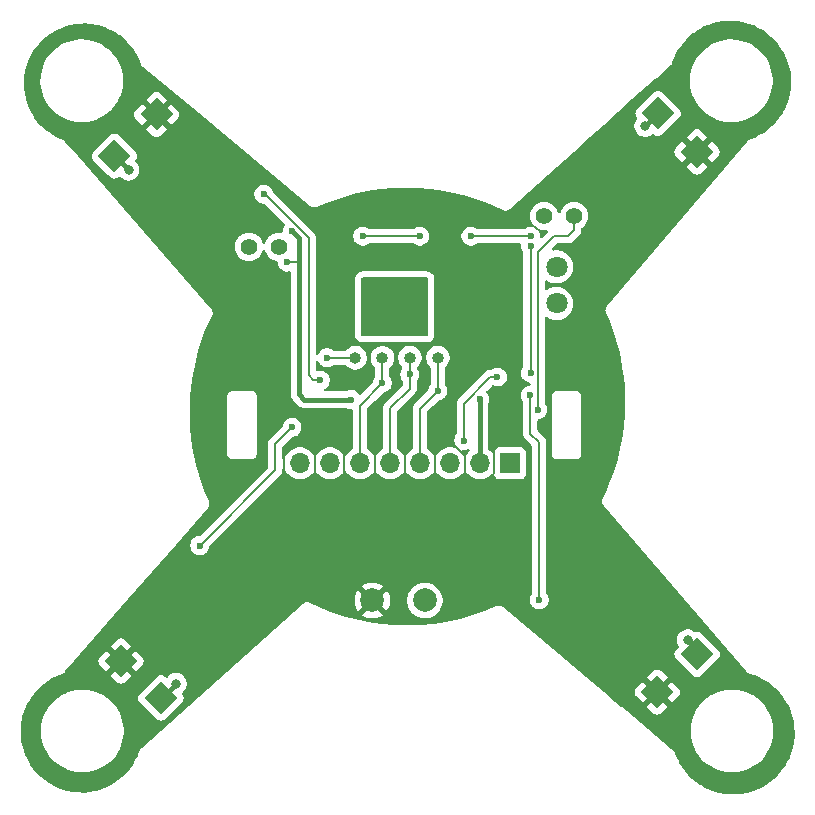
<source format=gbr>
%TF.GenerationSoftware,KiCad,Pcbnew,9.0.0-9.0.0-2~ubuntu22.04.1*%
%TF.CreationDate,2025-03-12T10:46:36+01:00*%
%TF.ProjectId,nano_drone,6e616e6f-5f64-4726-9f6e-652e6b696361,rev?*%
%TF.SameCoordinates,Original*%
%TF.FileFunction,Copper,L2,Bot*%
%TF.FilePolarity,Positive*%
%FSLAX46Y46*%
G04 Gerber Fmt 4.6, Leading zero omitted, Abs format (unit mm)*
G04 Created by KiCad (PCBNEW 9.0.0-9.0.0-2~ubuntu22.04.1) date 2025-03-12 10:46:36*
%MOMM*%
%LPD*%
G01*
G04 APERTURE LIST*
G04 Aperture macros list*
%AMRotRect*
0 Rectangle, with rotation*
0 The origin of the aperture is its center*
0 $1 length*
0 $2 width*
0 $3 Rotation angle, in degrees counterclockwise*
0 Add horizontal line*
21,1,$1,$2,0,0,$3*%
G04 Aperture macros list end*
%TA.AperFunction,Conductor*%
%ADD10C,0.200000*%
%TD*%
%TA.AperFunction,HeatsinkPad*%
%ADD11C,0.600000*%
%TD*%
%TA.AperFunction,ComponentPad*%
%ADD12C,1.400000*%
%TD*%
%TA.AperFunction,ComponentPad*%
%ADD13C,1.800000*%
%TD*%
%TA.AperFunction,ComponentPad*%
%ADD14R,1.700000X1.700000*%
%TD*%
%TA.AperFunction,ComponentPad*%
%ADD15O,1.700000X1.700000*%
%TD*%
%TA.AperFunction,ComponentPad*%
%ADD16C,2.000000*%
%TD*%
%TA.AperFunction,SMDPad,CuDef*%
%ADD17RotRect,2.000000X2.000000X135.000000*%
%TD*%
%TA.AperFunction,SMDPad,CuDef*%
%ADD18O,1.000000X1.000000*%
%TD*%
%TA.AperFunction,SMDPad,CuDef*%
%ADD19RotRect,2.000000X2.000000X225.000000*%
%TD*%
%TA.AperFunction,ViaPad*%
%ADD20C,0.600000*%
%TD*%
%TA.AperFunction,ViaPad*%
%ADD21C,0.800000*%
%TD*%
%TA.AperFunction,Conductor*%
%ADD22C,0.400000*%
%TD*%
G04 APERTURE END LIST*
D10*
%TO.N,VDD_3v7*%
X146244360Y-104346071D02*
X146244360Y-106146071D01*
X143664360Y-104386071D02*
X143664360Y-106256071D01*
X141184360Y-105956071D02*
X141184360Y-104476071D01*
X156374360Y-104196071D02*
X156384360Y-104006071D01*
X159534360Y-85071071D02*
X160234360Y-85571071D01*
X138554360Y-104586071D02*
X138554360Y-105906071D01*
X156354360Y-106056071D02*
X156194360Y-106386071D01*
X148794360Y-104506071D02*
X148794360Y-106086071D01*
%TD*%
D11*
%TO.P,U1,39,GND*%
%TO.N,GND*%
X146388038Y-91286393D03*
X146388038Y-92686393D03*
X147088038Y-90586393D03*
X147088038Y-91986393D03*
X147088038Y-93386393D03*
X147763038Y-91286393D03*
X147763038Y-92686393D03*
X148488038Y-90586393D03*
X148488038Y-91986393D03*
X148488038Y-93386393D03*
X149188038Y-91286393D03*
X149188038Y-92686393D03*
%TD*%
D12*
%TO.P,JP2,1,A*%
%TO.N,GND*%
X160588038Y-84296393D03*
%TO.P,JP2,2,B*%
%TO.N,Net-(JP2-B)*%
X163128038Y-84296393D03*
%TD*%
%TO.P,JP1,1,A*%
%TO.N,GND*%
X135588038Y-86896393D03*
%TO.P,JP1,2,B*%
%TO.N,Net-(JP1-B)*%
X138128038Y-86896393D03*
%TD*%
D13*
%TO.P,H4,1,1*%
%TO.N,RX0*%
X161638038Y-91696393D03*
%TD*%
%TO.P,H3,1,1*%
%TO.N,TX0*%
X161638038Y-88596393D03*
%TD*%
D14*
%TO.P,J1,1,Pin_1*%
%TO.N,unconnected-(J1-Pin_1-Pad1)*%
X157694360Y-105236071D03*
D15*
%TO.P,J1,2,Pin_2*%
%TO.N,+3v3*%
X155154360Y-105236071D03*
%TO.P,J1,3,Pin_3*%
%TO.N,GND*%
X152614360Y-105236071D03*
%TO.P,J1,4,Pin_4*%
%TO.N,SPI0_CLK*%
X150074360Y-105236071D03*
%TO.P,J1,5,Pin_5*%
%TO.N,SPI0_MOSI*%
X147534360Y-105236071D03*
%TO.P,J1,6,Pin_6*%
%TO.N,SPI0_MISO*%
X144994360Y-105236071D03*
%TO.P,J1,7,Pin_7*%
%TO.N,SPI0_CS0_M*%
X142454360Y-105236071D03*
%TO.P,J1,8,Pin_8*%
%TO.N,SPI0_CS1_B*%
X139914360Y-105236071D03*
%TD*%
D16*
%TO.P,H2,1,1*%
%TO.N,VDD_3v7*%
X146038038Y-116846393D03*
%TD*%
%TO.P,H1,1,1*%
%TO.N,GND*%
X150488038Y-116846393D03*
%TD*%
D17*
%TO.P,TP8,1,1*%
%TO.N,Net-(D2-A)*%
X124209360Y-79221071D03*
%TD*%
%TO.P,TP11,1,1*%
%TO.N,Net-(D5-A)*%
X128138038Y-125096393D03*
%TD*%
%TO.P,TP14,1,1*%
%TO.N,VDD_3v7*%
X124759360Y-121971071D03*
%TD*%
%TO.P,TP9,1,1*%
%TO.N,Net-(D3-A)*%
X170238038Y-75596393D03*
%TD*%
D18*
%TO.P,REF\u002A\u002A,1*%
%TO.N,SPI0_MISO*%
X146894360Y-96316071D03*
%TD*%
%TO.P,REF\u002A\u002A,1*%
%TO.N,SPI0_MOSI*%
X149224360Y-96306071D03*
%TD*%
D17*
%TO.P,TP7,1,1*%
%TO.N,VDD_3v7*%
X127784360Y-75696071D03*
%TD*%
D18*
%TO.P,REF\u002A\u002A,1*%
%TO.N,SPI0_CS2*%
X144584360Y-96296071D03*
%TD*%
D19*
%TO.P,TP10,1,1*%
%TO.N,Net-(D4-A)*%
X173538038Y-121396393D03*
%TD*%
D17*
%TO.P,TP13,1,1*%
%TO.N,VDD_3v7*%
X170159360Y-124596071D03*
%TD*%
D18*
%TO.P,REF\u002A\u002A,1*%
%TO.N,SPI0_CLK*%
X151594360Y-96296071D03*
%TD*%
D19*
%TO.P,TP12,1,1*%
%TO.N,VDD_3v7*%
X173534360Y-78871071D03*
%TD*%
D20*
%TO.N,+3v3*%
X155144360Y-99796071D03*
X144244360Y-99836071D03*
X139238038Y-85596393D03*
X138838038Y-88196393D03*
%TO.N,SPI0_CS0_M*%
X156634360Y-97926071D03*
X153774360Y-103306071D03*
D21*
%TO.N,Net-(D2-A)*%
X125409360Y-80396071D03*
%TO.N,Net-(D3-A)*%
X169138038Y-76696393D03*
%TO.N,Net-(D4-A)*%
X172738038Y-120196393D03*
%TO.N,Net-(D5-A)*%
X129438038Y-123896393D03*
D20*
%TO.N,VDD_3v7*%
X135284360Y-91296393D03*
D21*
X134309360Y-83921071D03*
X133109360Y-114546071D03*
X138738038Y-112796393D03*
X162959360Y-116046071D03*
X141438038Y-112796393D03*
X166284360Y-84896071D03*
D20*
%TO.N,PWM1*%
X136859360Y-82446071D03*
X141638038Y-98196393D03*
%TO.N,PWM2*%
X145238038Y-85996393D03*
X150054360Y-85996393D03*
X154388038Y-85996393D03*
X159438038Y-85996393D03*
%TO.N,PWM3*%
X160164360Y-116796071D03*
X159424360Y-99486071D03*
%TO.N,PWM4*%
X131438038Y-112196393D03*
X139244360Y-102176071D03*
%TO.N,I2C0_SCL*%
X159438038Y-86796393D03*
X159438038Y-97596393D03*
%TO.N,SPI0_CLK*%
X151584360Y-99096071D03*
%TO.N,SPI0_MOSI*%
X149204360Y-97706071D03*
%TO.N,SPI0_MISO*%
X146894360Y-98446071D03*
%TO.N,SPI0_CS2*%
X142209360Y-96296071D03*
%TO.N,Net-(JP2-B)*%
X160038038Y-100696393D03*
%TD*%
D22*
%TO.N,+3v3*%
X139838038Y-86196393D02*
X139838038Y-86396393D01*
D10*
X138838038Y-88196393D02*
X139838038Y-88196393D01*
D22*
X144244360Y-99796071D02*
X144254360Y-99806071D01*
X139838038Y-88196393D02*
X139838038Y-86396393D01*
X139638038Y-85996393D02*
X139238038Y-85596393D01*
X140264360Y-99836071D02*
X139838038Y-99409749D01*
X139238038Y-85596393D02*
X139838038Y-86196393D01*
X155154360Y-105236071D02*
X155154360Y-99806071D01*
X144244360Y-99836071D02*
X140264360Y-99836071D01*
X139838038Y-99409749D02*
X139838038Y-88196393D01*
D10*
X155154360Y-99806071D02*
X155144360Y-99796071D01*
%TO.N,SPI0_CS0_M*%
X156634360Y-97926071D02*
X156024360Y-97926071D01*
X153774360Y-100786071D02*
X153774360Y-103306071D01*
X156024360Y-97926071D02*
X155934360Y-98016071D01*
X153774360Y-100176071D02*
X155934360Y-98016071D01*
X153774360Y-103306071D02*
X153774360Y-100176071D01*
%TO.N,Net-(D2-A)*%
X124209360Y-79221071D02*
X124234360Y-79221071D01*
D22*
X124234360Y-79221071D02*
X125409360Y-80396071D01*
%TO.N,Net-(D3-A)*%
X169138038Y-76696393D02*
X170238038Y-75596393D01*
%TO.N,Net-(D4-A)*%
X173538038Y-120996393D02*
X173538038Y-121396393D01*
X172738038Y-120196393D02*
X173538038Y-120996393D01*
%TO.N,Net-(D5-A)*%
X128038038Y-125296393D02*
X129438038Y-123896393D01*
D10*
X127838038Y-125296393D02*
X128038038Y-125296393D01*
%TO.N,VDD_3v7*%
X156384360Y-106056071D02*
X156384360Y-104226071D01*
X153854360Y-104606071D02*
X153014360Y-103766071D01*
X153854360Y-106046071D02*
X153854360Y-104606071D01*
X151324360Y-104436071D02*
X151324360Y-106106071D01*
%TO.N,PWM1*%
X136859360Y-82446071D02*
X136936245Y-82446071D01*
X136936245Y-82446071D02*
X140638038Y-86147864D01*
X140638038Y-97796393D02*
X140638038Y-89546071D01*
X140638038Y-86147864D02*
X140638038Y-89546071D01*
X141038038Y-98196393D02*
X140638038Y-97796393D01*
X141638038Y-98196393D02*
X141038038Y-98196393D01*
%TO.N,PWM2*%
X145238038Y-85996393D02*
X150054360Y-85996393D01*
X159438038Y-85996393D02*
X154388038Y-85996393D01*
%TO.N,PWM3*%
X159424360Y-102726071D02*
X160154360Y-103456071D01*
X159424360Y-99486071D02*
X159424360Y-102726071D01*
X160154360Y-103456071D02*
X160154360Y-116776071D01*
X160154360Y-116776071D02*
X160144360Y-116786071D01*
%TO.N,PWM4*%
X137806360Y-103614071D02*
X139244360Y-102176071D01*
X131438038Y-112196393D02*
X137806360Y-105828071D01*
X137806360Y-105828071D02*
X137806360Y-103614071D01*
%TO.N,I2C0_SCL*%
X159438038Y-86796393D02*
X159438038Y-97596393D01*
%TO.N,SPI0_CLK*%
X151594360Y-96296071D02*
X151594360Y-99086071D01*
X151594360Y-99086071D02*
X151584360Y-99096071D01*
X150074360Y-105236071D02*
X150074360Y-100896071D01*
X151574360Y-99096071D02*
X150074360Y-100596071D01*
X151584360Y-99096071D02*
X151574360Y-99096071D01*
X151594360Y-96296071D02*
X151594360Y-97136071D01*
X150074360Y-100896071D02*
X150074360Y-100596071D01*
%TO.N,SPI0_MOSI*%
X149224360Y-97686071D02*
X149204360Y-97706071D01*
X147534360Y-100586071D02*
X147534360Y-105236071D01*
X149204360Y-97706071D02*
X149204360Y-98916071D01*
X149204360Y-98916071D02*
X147534360Y-100586071D01*
X149224360Y-96306071D02*
X149224360Y-97686071D01*
%TO.N,SPI0_MISO*%
X146894360Y-98446071D02*
X144994360Y-100346071D01*
X144994360Y-100346071D02*
X144994360Y-105236071D01*
X146894360Y-96316071D02*
X146894360Y-98446071D01*
%TO.N,SPI0_CS2*%
X142209360Y-96296071D02*
X144634360Y-96296071D01*
%TO.N,Net-(JP2-B)*%
X162612360Y-86018071D02*
X161406360Y-86018071D01*
X160038038Y-87386393D02*
X160038038Y-100696393D01*
X163128038Y-85502393D02*
X162612360Y-86018071D01*
X163128038Y-84296393D02*
X163128038Y-85502393D01*
X161406360Y-86018071D02*
X160038038Y-87386393D01*
%TD*%
%TA.AperFunction,Conductor*%
%TO.N,GND*%
G36*
X150731077Y-89516078D02*
G01*
X150776832Y-89568882D01*
X150788038Y-89620393D01*
X150788038Y-94372393D01*
X150768353Y-94439432D01*
X150715549Y-94485187D01*
X150664038Y-94496393D01*
X145212038Y-94496393D01*
X145144999Y-94476708D01*
X145099244Y-94423904D01*
X145088038Y-94372393D01*
X145088038Y-89620393D01*
X145107723Y-89553354D01*
X145160527Y-89507599D01*
X145212038Y-89496393D01*
X150664038Y-89496393D01*
X150731077Y-89516078D01*
G37*
%TD.AperFunction*%
%TD*%
%TA.AperFunction,Conductor*%
%TO.N,VDD_3v7*%
G36*
X160301952Y-85467111D02*
G01*
X160302173Y-85466194D01*
X160306619Y-85467261D01*
X160306706Y-85467264D01*
X160306907Y-85467328D01*
X160306920Y-85467333D01*
X160381308Y-85479114D01*
X160493552Y-85496893D01*
X160493557Y-85496893D01*
X160682523Y-85496893D01*
X160755324Y-85485361D01*
X160775849Y-85482111D01*
X160845143Y-85491065D01*
X160898595Y-85536061D01*
X160919235Y-85602813D01*
X160900511Y-85670126D01*
X160882929Y-85692265D01*
X160450219Y-86124975D01*
X160388896Y-86158460D01*
X160319204Y-86153476D01*
X160263271Y-86111604D01*
X160238854Y-86046140D01*
X160238538Y-86037294D01*
X160238538Y-85917548D01*
X160238537Y-85917546D01*
X160229006Y-85869633D01*
X160207775Y-85762896D01*
X160153823Y-85632645D01*
X160146355Y-85563177D01*
X160177630Y-85500698D01*
X160237719Y-85465046D01*
X160301952Y-85467111D01*
G37*
%TD.AperFunction*%
%TA.AperFunction,Conductor*%
G36*
X154241367Y-104057546D02*
G01*
X154277019Y-104117635D01*
X154274525Y-104187460D01*
X154244553Y-104235982D01*
X154124249Y-104356286D01*
X153999309Y-104528253D01*
X153994844Y-104537017D01*
X153946869Y-104587813D01*
X153879048Y-104604607D01*
X153812913Y-104582069D01*
X153773876Y-104537017D01*
X153769410Y-104528253D01*
X153644469Y-104356284D01*
X153606437Y-104318252D01*
X153572952Y-104256929D01*
X153577936Y-104187237D01*
X153619808Y-104131304D01*
X153685272Y-104106887D01*
X153694118Y-104106571D01*
X153853204Y-104106571D01*
X153853205Y-104106570D01*
X154007857Y-104075808D01*
X154109419Y-104033739D01*
X154178888Y-104026271D01*
X154241367Y-104057546D01*
G37*
%TD.AperFunction*%
%TA.AperFunction,Conductor*%
G36*
X176571290Y-67773870D02*
G01*
X176581999Y-67774361D01*
X177016190Y-67813154D01*
X177026785Y-67814565D01*
X177456008Y-67890734D01*
X177466444Y-67893056D01*
X177887484Y-68006033D01*
X177897684Y-68009249D01*
X178307376Y-68158184D01*
X178317275Y-68162276D01*
X178712550Y-68346052D01*
X178722063Y-68350986D01*
X179085165Y-68559716D01*
X179099971Y-68568227D01*
X179109030Y-68573969D01*
X179466756Y-68823059D01*
X179475285Y-68829563D01*
X179810146Y-69108631D01*
X179818081Y-69115848D01*
X179833508Y-69131149D01*
X180115782Y-69411115D01*
X180127571Y-69422807D01*
X180134852Y-69430682D01*
X180416661Y-69763242D01*
X180423234Y-69771717D01*
X180675243Y-70127373D01*
X180681060Y-70136384D01*
X180901400Y-70512501D01*
X180906416Y-70521981D01*
X181093424Y-70915721D01*
X181097603Y-70925600D01*
X181249893Y-71334047D01*
X181253201Y-71344248D01*
X181330986Y-71624904D01*
X181353762Y-71707084D01*
X181369621Y-71764303D01*
X181372036Y-71774754D01*
X181451721Y-72203307D01*
X181453224Y-72213927D01*
X181495577Y-72647761D01*
X181496157Y-72658470D01*
X181500863Y-73094349D01*
X181500515Y-73105070D01*
X181467535Y-73539730D01*
X181466261Y-73550379D01*
X181395848Y-73980537D01*
X181393660Y-73991037D01*
X181286332Y-74413528D01*
X181283244Y-74423800D01*
X181139810Y-74835425D01*
X181135846Y-74845390D01*
X180957378Y-75243083D01*
X180952568Y-75252669D01*
X180902816Y-75341961D01*
X180770538Y-75579366D01*
X180740409Y-75633439D01*
X180734788Y-75642575D01*
X180490502Y-76003608D01*
X180484112Y-76012222D01*
X180209553Y-76350780D01*
X180202444Y-76358811D01*
X179899651Y-76672381D01*
X179891874Y-76679767D01*
X179563116Y-76965999D01*
X179554730Y-76972685D01*
X179202471Y-77229434D01*
X179193538Y-77235371D01*
X178820412Y-77460717D01*
X178811000Y-77465860D01*
X178419785Y-77658126D01*
X178409963Y-77662436D01*
X178003009Y-77820402D01*
X177999812Y-77821592D01*
X177995827Y-77823014D01*
X177993986Y-77823655D01*
X177936189Y-77843260D01*
X177935059Y-77843817D01*
X177934526Y-77844042D01*
X177933522Y-77844556D01*
X177933523Y-77844557D01*
X177930288Y-77846215D01*
X177929163Y-77846791D01*
X177878901Y-77881501D01*
X177877307Y-77882583D01*
X177826605Y-77916444D01*
X177825634Y-77917296D01*
X177825622Y-77917306D01*
X177822985Y-77919616D01*
X177822965Y-77919634D01*
X177822084Y-77920405D01*
X177821673Y-77920823D01*
X177820726Y-77921679D01*
X177781184Y-77968186D01*
X177780589Y-77968888D01*
X177739687Y-78015506D01*
X177737929Y-78019065D01*
X177730379Y-78027947D01*
X177730376Y-78027948D01*
X165936507Y-91900147D01*
X165920324Y-91915989D01*
X165913650Y-91921422D01*
X165913645Y-91921427D01*
X165889472Y-91954873D01*
X165889473Y-91954874D01*
X165886604Y-91958842D01*
X165856714Y-91994003D01*
X165848156Y-92012047D01*
X165841493Y-92021268D01*
X165841491Y-92021268D01*
X165836460Y-92028231D01*
X165836456Y-92028240D01*
X165821765Y-92066802D01*
X165817932Y-92075782D01*
X165800250Y-92113072D01*
X165800245Y-92113086D01*
X165798699Y-92121534D01*
X165798700Y-92121535D01*
X165796652Y-92132724D01*
X165789542Y-92151390D01*
X165784833Y-92197312D01*
X165783954Y-92202116D01*
X165783953Y-92202117D01*
X165776525Y-92242710D01*
X165776525Y-92242713D01*
X165777219Y-92251285D01*
X165776978Y-92273916D01*
X165776100Y-92282487D01*
X165783437Y-92328063D01*
X165787162Y-92374064D01*
X165793870Y-92392872D01*
X165795678Y-92404101D01*
X165795679Y-92404103D01*
X165797046Y-92412597D01*
X165813928Y-92450255D01*
X165814687Y-92451983D01*
X165816242Y-92455598D01*
X165831433Y-92498189D01*
X165839726Y-92510197D01*
X165844599Y-92521525D01*
X165844625Y-92521747D01*
X165844926Y-92522294D01*
X166139663Y-93220446D01*
X166141670Y-93225506D01*
X166423279Y-93983840D01*
X166425061Y-93988983D01*
X166673110Y-94758922D01*
X166674665Y-94764139D01*
X166888680Y-95544211D01*
X166890005Y-95549490D01*
X167069590Y-96338246D01*
X167070681Y-96343579D01*
X167215465Y-97139402D01*
X167216322Y-97144777D01*
X167326047Y-97946222D01*
X167326667Y-97951630D01*
X167401111Y-98757113D01*
X167401493Y-98762543D01*
X167440515Y-99570522D01*
X167440658Y-99575964D01*
X167444183Y-100384871D01*
X167444087Y-100390313D01*
X167412109Y-101198576D01*
X167411775Y-101204009D01*
X167344351Y-102010129D01*
X167343778Y-102015542D01*
X167241044Y-102817904D01*
X167240234Y-102823287D01*
X167102387Y-103620360D01*
X167101342Y-103625702D01*
X166928646Y-104415956D01*
X166927368Y-104421247D01*
X166720150Y-105203191D01*
X166718640Y-105208421D01*
X166477308Y-105980499D01*
X166475570Y-105985657D01*
X166200597Y-106746374D01*
X166198635Y-106751452D01*
X165890527Y-107499401D01*
X165888344Y-107504387D01*
X165563863Y-108203295D01*
X165563311Y-108204469D01*
X165559202Y-108213080D01*
X165545209Y-108233593D01*
X165533578Y-108266794D01*
X165530686Y-108272859D01*
X165530527Y-108273035D01*
X165530068Y-108274133D01*
X165517514Y-108299693D01*
X165517511Y-108299701D01*
X165513359Y-108320737D01*
X165513360Y-108320738D01*
X165511650Y-108329402D01*
X165501646Y-108357969D01*
X165498952Y-108393760D01*
X165497514Y-108401051D01*
X165492003Y-108428985D01*
X165492002Y-108428991D01*
X165493438Y-108450389D01*
X165493877Y-108456939D01*
X165494029Y-108459194D01*
X165491758Y-108489382D01*
X165498418Y-108524646D01*
X165498916Y-108532060D01*
X165498917Y-108532065D01*
X165500823Y-108560478D01*
X165505732Y-108574865D01*
X165510600Y-108589133D01*
X165516219Y-108618876D01*
X165531780Y-108651214D01*
X165534177Y-108658239D01*
X165534181Y-108658247D01*
X165543378Y-108685203D01*
X165555324Y-108703023D01*
X165564058Y-108718294D01*
X165573362Y-108737627D01*
X165596772Y-108764846D01*
X165616762Y-108794664D01*
X165639551Y-108814587D01*
X165645309Y-108821282D01*
X177690214Y-122826285D01*
X177704056Y-122845958D01*
X177706546Y-122850348D01*
X177737992Y-122882272D01*
X177737993Y-122882272D01*
X177740929Y-122885253D01*
X177772862Y-122922383D01*
X177787007Y-122932033D01*
X177795482Y-122940637D01*
X177799025Y-122944234D01*
X177799030Y-122944238D01*
X177815589Y-122953965D01*
X177841261Y-122969047D01*
X177881724Y-122996653D01*
X177897884Y-123002313D01*
X177912652Y-123010989D01*
X177955830Y-123022907D01*
X177959595Y-123024012D01*
X177961738Y-123024677D01*
X178006100Y-123040216D01*
X178013602Y-123040780D01*
X178027038Y-123044952D01*
X178027379Y-123045178D01*
X178028355Y-123045370D01*
X178396711Y-123164273D01*
X178406664Y-123167964D01*
X178809132Y-123337171D01*
X178818734Y-123341701D01*
X179062660Y-123469852D01*
X179205240Y-123544759D01*
X179214430Y-123550102D01*
X179582117Y-123785512D01*
X179590805Y-123791615D01*
X179936991Y-124057661D01*
X179945114Y-124064476D01*
X180133486Y-124236819D01*
X180267228Y-124359180D01*
X180274756Y-124366684D01*
X180570447Y-124687892D01*
X180577305Y-124696015D01*
X180844407Y-125041378D01*
X180850543Y-125050057D01*
X181087071Y-125417002D01*
X181092442Y-125426175D01*
X181296681Y-125812046D01*
X181301246Y-125821645D01*
X181471684Y-126223582D01*
X181475411Y-126233538D01*
X181610800Y-126648601D01*
X181613660Y-126658838D01*
X181713003Y-127083968D01*
X181714976Y-127094413D01*
X181777544Y-127526494D01*
X181778615Y-127537070D01*
X181803948Y-127972921D01*
X181804109Y-127983550D01*
X181792020Y-128419956D01*
X181791271Y-128430559D01*
X181741849Y-128864346D01*
X181740194Y-128874846D01*
X181653804Y-129302793D01*
X181651256Y-129313113D01*
X181528528Y-129732103D01*
X181525105Y-129742166D01*
X181366954Y-130149078D01*
X181362683Y-130158812D01*
X181170249Y-130550713D01*
X181165159Y-130560045D01*
X180939873Y-130934017D01*
X180934002Y-130942879D01*
X180677522Y-131296172D01*
X180670914Y-131304498D01*
X180385107Y-131634538D01*
X180377811Y-131642268D01*
X180064798Y-131946609D01*
X180056866Y-131953686D01*
X179718933Y-132230105D01*
X179710424Y-132236476D01*
X179350051Y-132482942D01*
X179341028Y-132488561D01*
X178960890Y-132703246D01*
X178951419Y-132708072D01*
X178554276Y-132889418D01*
X178544427Y-132893415D01*
X178133208Y-133040084D01*
X178123051Y-133043222D01*
X177700793Y-133154129D01*
X177690406Y-133156386D01*
X177260206Y-133230720D01*
X177249664Y-133232080D01*
X176814658Y-133269298D01*
X176804038Y-133269749D01*
X176367455Y-133269576D01*
X176356834Y-133269116D01*
X175921868Y-133231550D01*
X175911327Y-133230182D01*
X175481184Y-133155504D01*
X175470799Y-133153239D01*
X175048620Y-133041993D01*
X175038466Y-133038846D01*
X174627378Y-132891854D01*
X174617532Y-132887850D01*
X174220529Y-132706184D01*
X174211062Y-132701350D01*
X173831087Y-132486357D01*
X173822076Y-132480736D01*
X173461903Y-132233985D01*
X173453399Y-132227607D01*
X173239175Y-132052093D01*
X173115680Y-131950913D01*
X173107757Y-131943833D01*
X172794981Y-131639235D01*
X172787691Y-131631500D01*
X172753531Y-131591989D01*
X172502146Y-131301229D01*
X172495562Y-131292918D01*
X172239348Y-130939397D01*
X172233485Y-130930531D01*
X172015783Y-130568496D01*
X172008499Y-130556383D01*
X172003418Y-130547048D01*
X171971991Y-130482917D01*
X171811304Y-130155008D01*
X171807040Y-130145271D01*
X171759313Y-130022181D01*
X171649877Y-129739943D01*
X171649016Y-129737655D01*
X171645962Y-129729270D01*
X171645054Y-129726686D01*
X171626118Y-129670857D01*
X171623642Y-129665834D01*
X171623636Y-129665823D01*
X171621030Y-129660819D01*
X171587228Y-129612570D01*
X171585667Y-129610289D01*
X171555711Y-129565435D01*
X171552927Y-129561266D01*
X171552923Y-129561262D01*
X171549207Y-129557022D01*
X171545422Y-129552894D01*
X171500273Y-129515026D01*
X171498179Y-129513229D01*
X171453867Y-129474352D01*
X171449161Y-129471205D01*
X171438399Y-129463132D01*
X171357440Y-129395231D01*
X169365335Y-127724427D01*
X172987538Y-127724427D01*
X172987538Y-128068358D01*
X173021248Y-128410642D01*
X173088346Y-128747965D01*
X173188188Y-129077099D01*
X173319808Y-129394857D01*
X173319810Y-129394862D01*
X173481931Y-129698168D01*
X173481942Y-129698186D01*
X173673013Y-129984144D01*
X173673023Y-129984158D01*
X173891214Y-130250025D01*
X174134405Y-130493216D01*
X174134410Y-130493220D01*
X174134411Y-130493221D01*
X174400278Y-130711412D01*
X174686251Y-130902493D01*
X174686260Y-130902498D01*
X174686262Y-130902499D01*
X174989568Y-131064620D01*
X174989570Y-131064620D01*
X174989576Y-131064624D01*
X175307333Y-131196243D01*
X175636460Y-131296083D01*
X175973788Y-131363182D01*
X176316069Y-131396893D01*
X176316072Y-131396893D01*
X176660004Y-131396893D01*
X176660007Y-131396893D01*
X177002288Y-131363182D01*
X177339616Y-131296083D01*
X177668743Y-131196243D01*
X177986500Y-131064624D01*
X178289825Y-130902493D01*
X178575798Y-130711412D01*
X178841665Y-130493221D01*
X179084866Y-130250020D01*
X179303057Y-129984153D01*
X179494138Y-129698180D01*
X179656269Y-129394855D01*
X179787888Y-129077098D01*
X179887728Y-128747971D01*
X179954827Y-128410643D01*
X179988538Y-128068362D01*
X179988538Y-127724424D01*
X179954827Y-127382143D01*
X179887728Y-127044815D01*
X179787888Y-126715688D01*
X179656269Y-126397931D01*
X179566967Y-126230860D01*
X179494144Y-126094617D01*
X179494143Y-126094615D01*
X179494138Y-126094606D01*
X179303057Y-125808633D01*
X179084866Y-125542766D01*
X179084865Y-125542765D01*
X179084861Y-125542760D01*
X178841670Y-125299569D01*
X178575803Y-125081378D01*
X178575802Y-125081377D01*
X178575798Y-125081374D01*
X178289825Y-124890293D01*
X178289820Y-124890290D01*
X178289813Y-124890286D01*
X177986507Y-124728165D01*
X177986502Y-124728163D01*
X177668744Y-124596543D01*
X177339610Y-124496701D01*
X177002286Y-124429603D01*
X177002287Y-124429603D01*
X176744494Y-124404214D01*
X176660007Y-124395893D01*
X176316069Y-124395893D01*
X176238004Y-124403581D01*
X175973788Y-124429603D01*
X175636465Y-124496701D01*
X175307331Y-124596543D01*
X174989573Y-124728163D01*
X174989568Y-124728165D01*
X174686262Y-124890286D01*
X174686244Y-124890297D01*
X174400286Y-125081368D01*
X174400272Y-125081378D01*
X174134405Y-125299569D01*
X173891214Y-125542760D01*
X173673023Y-125808627D01*
X173673013Y-125808641D01*
X173481942Y-126094599D01*
X173481931Y-126094617D01*
X173319810Y-126397923D01*
X173319808Y-126397928D01*
X173188188Y-126715686D01*
X173088346Y-127044820D01*
X173021248Y-127382143D01*
X172987538Y-127724427D01*
X169365335Y-127724427D01*
X167584551Y-126230860D01*
X167162826Y-125877154D01*
X167110787Y-125833508D01*
X169275477Y-125833508D01*
X169839627Y-126397658D01*
X169886262Y-126435238D01*
X170017041Y-126494964D01*
X170017046Y-126494965D01*
X170159360Y-126515425D01*
X170301673Y-126494965D01*
X170301678Y-126494964D01*
X170432457Y-126435238D01*
X170479092Y-126397658D01*
X170479096Y-126397654D01*
X171043243Y-125833508D01*
X170159360Y-124949625D01*
X169275477Y-125833508D01*
X167110787Y-125833508D01*
X166625122Y-125426175D01*
X165635386Y-124596071D01*
X168240005Y-124596071D01*
X168260465Y-124738384D01*
X168260466Y-124738389D01*
X168320192Y-124869168D01*
X168357772Y-124915803D01*
X168921923Y-125479954D01*
X169805806Y-124596071D01*
X170512914Y-124596071D01*
X171396797Y-125479954D01*
X171960943Y-124915807D01*
X171960947Y-124915803D01*
X171998527Y-124869168D01*
X172058253Y-124738389D01*
X172058254Y-124738384D01*
X172078714Y-124596071D01*
X172058254Y-124453757D01*
X172058253Y-124453752D01*
X171998527Y-124322973D01*
X171960947Y-124276338D01*
X171396797Y-123712188D01*
X170512914Y-124596071D01*
X169805806Y-124596071D01*
X168921923Y-123712188D01*
X168357776Y-124276334D01*
X168357772Y-124276338D01*
X168320192Y-124322973D01*
X168260466Y-124453752D01*
X168260465Y-124453757D01*
X168240005Y-124596071D01*
X165635386Y-124596071D01*
X164159986Y-123358634D01*
X169275477Y-123358634D01*
X170159360Y-124242517D01*
X171043243Y-123358634D01*
X170479092Y-122794483D01*
X170432457Y-122756903D01*
X170301678Y-122697177D01*
X170301673Y-122697176D01*
X170159360Y-122676716D01*
X170017046Y-122697176D01*
X170017041Y-122697177D01*
X169886262Y-122756903D01*
X169839627Y-122794483D01*
X169839623Y-122794487D01*
X169275477Y-123358634D01*
X164159986Y-123358634D01*
X161820400Y-121396393D01*
X171618178Y-121396393D01*
X171638658Y-121538848D01*
X171638659Y-121538852D01*
X171698445Y-121669763D01*
X171698446Y-121669764D01*
X171698447Y-121669766D01*
X171736066Y-121716449D01*
X171736069Y-121716452D01*
X171736074Y-121716458D01*
X172984161Y-122964542D01*
X173217982Y-123198363D01*
X173217986Y-123198366D01*
X173217988Y-123198368D01*
X173264664Y-123235984D01*
X173395578Y-123295771D01*
X173395579Y-123295771D01*
X173395581Y-123295772D01*
X173538038Y-123316253D01*
X173680495Y-123295772D01*
X173811411Y-123235984D01*
X173858094Y-123198365D01*
X175340008Y-121716449D01*
X175377629Y-121669766D01*
X175437417Y-121538850D01*
X175457898Y-121396393D01*
X175437417Y-121253936D01*
X175377629Y-121123020D01*
X175340010Y-121076337D01*
X175340005Y-121076332D01*
X175340001Y-121076327D01*
X173858097Y-119594426D01*
X173858087Y-119594417D01*
X173811411Y-119556801D01*
X173680497Y-119497014D01*
X173680493Y-119497013D01*
X173538038Y-119476533D01*
X173395576Y-119497014D01*
X173393272Y-119497691D01*
X173390871Y-119497690D01*
X173386802Y-119498276D01*
X173386717Y-119497690D01*
X173323402Y-119497687D01*
X173289453Y-119481814D01*
X173164591Y-119398383D01*
X173164578Y-119398376D01*
X173000705Y-119330499D01*
X173000696Y-119330496D01*
X172826732Y-119295893D01*
X172826729Y-119295893D01*
X172649347Y-119295893D01*
X172649344Y-119295893D01*
X172475379Y-119330496D01*
X172475370Y-119330499D01*
X172311497Y-119398376D01*
X172311484Y-119398383D01*
X172164003Y-119496928D01*
X172163999Y-119496931D01*
X172038576Y-119622354D01*
X172038573Y-119622358D01*
X171940028Y-119769839D01*
X171940021Y-119769852D01*
X171872144Y-119933725D01*
X171872141Y-119933734D01*
X171837538Y-120107697D01*
X171837538Y-120285088D01*
X171872141Y-120459051D01*
X171872144Y-120459060D01*
X171940021Y-120622933D01*
X171940028Y-120622945D01*
X171983399Y-120687854D01*
X172004277Y-120754531D01*
X171985793Y-120821911D01*
X171967978Y-120844426D01*
X171736071Y-121076333D01*
X171736062Y-121076343D01*
X171698446Y-121123019D01*
X171638659Y-121253933D01*
X171638658Y-121253937D01*
X171618178Y-121396393D01*
X161820400Y-121396393D01*
X157098419Y-117436007D01*
X157089381Y-117428426D01*
X157077839Y-117414247D01*
X157039065Y-117386226D01*
X157002419Y-117355491D01*
X156996528Y-117352745D01*
X156976288Y-117340860D01*
X156971028Y-117337059D01*
X156971027Y-117337058D01*
X156930493Y-117321616D01*
X156922280Y-117318143D01*
X156897003Y-117306363D01*
X156882970Y-117299823D01*
X156882968Y-117299822D01*
X156882967Y-117299822D01*
X156876569Y-117298695D01*
X156876569Y-117298694D01*
X156864956Y-117296649D01*
X156847876Y-117290143D01*
X156800303Y-117285264D01*
X156795892Y-117284488D01*
X156795880Y-117284487D01*
X156787118Y-117282944D01*
X156753183Y-117276969D01*
X156753180Y-117276969D01*
X156753179Y-117276969D01*
X156753178Y-117276969D01*
X156746708Y-117277536D01*
X156723245Y-117277363D01*
X156716787Y-117276701D01*
X156716775Y-117276701D01*
X156673967Y-117283592D01*
X156665102Y-117284693D01*
X156621903Y-117288483D01*
X156621899Y-117288484D01*
X156615794Y-117290708D01*
X156604717Y-117294742D01*
X156586671Y-117297648D01*
X156543035Y-117317207D01*
X156538829Y-117318740D01*
X156538821Y-117318744D01*
X156498077Y-117333584D01*
X156498064Y-117333591D01*
X156497945Y-117333675D01*
X156475045Y-117346341D01*
X155778819Y-117640267D01*
X155773758Y-117642274D01*
X155015425Y-117923883D01*
X155010282Y-117925665D01*
X154240348Y-118173713D01*
X154235132Y-118175268D01*
X153455048Y-118389288D01*
X153449768Y-118390613D01*
X152661018Y-118570198D01*
X152655685Y-118571289D01*
X151859862Y-118716074D01*
X151854487Y-118716931D01*
X151053041Y-118826657D01*
X151047633Y-118827277D01*
X150242150Y-118901723D01*
X150236720Y-118902105D01*
X149428740Y-118941128D01*
X149423299Y-118941271D01*
X148614392Y-118944798D01*
X148608949Y-118944702D01*
X147800683Y-118912725D01*
X147795250Y-118912391D01*
X146989131Y-118844969D01*
X146983718Y-118844396D01*
X146181355Y-118741663D01*
X146175972Y-118740853D01*
X145378898Y-118603008D01*
X145373556Y-118601963D01*
X144583300Y-118429268D01*
X144578009Y-118427990D01*
X143796065Y-118220773D01*
X143790835Y-118219263D01*
X143537714Y-118140145D01*
X143018775Y-117977940D01*
X143013617Y-117976203D01*
X142252859Y-117701216D01*
X142247781Y-117699253D01*
X141499851Y-117391155D01*
X141494865Y-117388972D01*
X140791363Y-117062361D01*
X140789975Y-117061706D01*
X140782436Y-117058092D01*
X140757939Y-117041986D01*
X140728506Y-117032237D01*
X140721383Y-117028823D01*
X140721217Y-117028673D01*
X140720318Y-117028306D01*
X140699566Y-117018112D01*
X140673262Y-117012921D01*
X140673262Y-117012922D01*
X140665643Y-117011418D01*
X140632837Y-117000555D01*
X140601298Y-116998723D01*
X140592965Y-116997079D01*
X140592963Y-116997078D01*
X140570280Y-116992603D01*
X140570275Y-116992602D01*
X140543515Y-116994397D01*
X140543516Y-116994398D01*
X140535768Y-116994917D01*
X140501274Y-116992915D01*
X140470336Y-116999307D01*
X140461853Y-116999877D01*
X140461851Y-116999876D01*
X140438789Y-117001425D01*
X140438785Y-117001426D01*
X140413408Y-117010083D01*
X140413409Y-117010084D01*
X140406061Y-117012590D01*
X140372217Y-117019585D01*
X140343981Y-117033770D01*
X140335942Y-117036513D01*
X140319904Y-117041986D01*
X140314063Y-117043979D01*
X140314054Y-117043984D01*
X140291787Y-117058909D01*
X140291788Y-117058910D01*
X140285336Y-117063235D01*
X140254460Y-117078750D01*
X140230865Y-117099753D01*
X140223811Y-117104483D01*
X140223805Y-117104489D01*
X140204601Y-117117364D01*
X140204597Y-117117367D01*
X140186951Y-117137552D01*
X140176049Y-117148552D01*
X126524070Y-129301903D01*
X126517905Y-129307392D01*
X126517676Y-129307508D01*
X126468800Y-129351106D01*
X126468711Y-129351185D01*
X126419656Y-129394856D01*
X126419592Y-129394930D01*
X126419593Y-129394931D01*
X126419334Y-129395231D01*
X126383534Y-129449803D01*
X126383466Y-129449907D01*
X126347264Y-129504970D01*
X126347134Y-129505237D01*
X126347049Y-129505413D01*
X126327238Y-129565435D01*
X126325448Y-129570490D01*
X126170099Y-129980647D01*
X126165870Y-129990503D01*
X125976831Y-130383264D01*
X125971766Y-130392719D01*
X125749485Y-130767689D01*
X125743622Y-130776670D01*
X125489781Y-131131014D01*
X125483163Y-131139454D01*
X125199642Y-131470547D01*
X125192320Y-131478385D01*
X124881251Y-131783736D01*
X124873279Y-131790911D01*
X124536995Y-132068233D01*
X124528433Y-132074693D01*
X124169428Y-132321926D01*
X124160340Y-132327621D01*
X123781326Y-132542899D01*
X123771779Y-132547788D01*
X123375571Y-132729512D01*
X123365638Y-132733558D01*
X122955211Y-132880364D01*
X122944966Y-132883536D01*
X122523388Y-132994325D01*
X122512906Y-132996600D01*
X122083324Y-133070545D01*
X122072685Y-133071905D01*
X121638345Y-133108449D01*
X121627629Y-133108886D01*
X121191724Y-133107760D01*
X121181010Y-133107268D01*
X120746846Y-133068479D01*
X120736214Y-133067063D01*
X120307034Y-132990902D01*
X120296564Y-132988573D01*
X119875574Y-132875609D01*
X119865345Y-132872385D01*
X119455669Y-132723458D01*
X119445757Y-132719360D01*
X119050490Y-132535589D01*
X119040969Y-132530651D01*
X118967750Y-132488561D01*
X118663072Y-132313418D01*
X118654027Y-132307684D01*
X118315047Y-132071651D01*
X118296300Y-132058597D01*
X118287772Y-132052093D01*
X117952916Y-131773031D01*
X117944990Y-131765823D01*
X117635497Y-131458864D01*
X117628218Y-131450991D01*
X117346407Y-131118431D01*
X117339834Y-131109957D01*
X117307712Y-131064624D01*
X117087823Y-130754302D01*
X117082008Y-130745293D01*
X117062162Y-130711417D01*
X116934336Y-130493221D01*
X116861677Y-130369193D01*
X116856661Y-130359714D01*
X116681299Y-129990503D01*
X116669644Y-129965963D01*
X116665468Y-129956089D01*
X116657563Y-129934887D01*
X116513181Y-129547660D01*
X116509879Y-129537479D01*
X116393450Y-129117395D01*
X116391042Y-129106977D01*
X116311350Y-128678405D01*
X116309849Y-128667795D01*
X116286687Y-128430559D01*
X116267493Y-128233969D01*
X116266914Y-128223261D01*
X116265241Y-128068362D01*
X116262205Y-127787366D01*
X116262552Y-127776692D01*
X116266517Y-127724427D01*
X117987538Y-127724427D01*
X117987538Y-128068358D01*
X118021248Y-128410642D01*
X118088346Y-128747965D01*
X118188188Y-129077099D01*
X118319808Y-129394857D01*
X118319810Y-129394862D01*
X118481931Y-129698168D01*
X118481942Y-129698186D01*
X118673013Y-129984144D01*
X118673023Y-129984158D01*
X118891214Y-130250025D01*
X119134405Y-130493216D01*
X119134410Y-130493220D01*
X119134411Y-130493221D01*
X119400278Y-130711412D01*
X119686251Y-130902493D01*
X119686260Y-130902498D01*
X119686262Y-130902499D01*
X119989568Y-131064620D01*
X119989570Y-131064620D01*
X119989576Y-131064624D01*
X120307333Y-131196243D01*
X120636460Y-131296083D01*
X120973788Y-131363182D01*
X121316069Y-131396893D01*
X121316072Y-131396893D01*
X121660004Y-131396893D01*
X121660007Y-131396893D01*
X122002288Y-131363182D01*
X122339616Y-131296083D01*
X122668743Y-131196243D01*
X122986500Y-131064624D01*
X123289825Y-130902493D01*
X123575798Y-130711412D01*
X123841665Y-130493221D01*
X124084866Y-130250020D01*
X124303057Y-129984153D01*
X124494138Y-129698180D01*
X124656269Y-129394855D01*
X124787888Y-129077098D01*
X124887728Y-128747971D01*
X124954827Y-128410643D01*
X124988538Y-128068362D01*
X124988538Y-127724424D01*
X124954827Y-127382143D01*
X124887728Y-127044815D01*
X124787888Y-126715688D01*
X124656269Y-126397931D01*
X124566967Y-126230860D01*
X124494144Y-126094617D01*
X124494143Y-126094615D01*
X124494138Y-126094606D01*
X124303057Y-125808633D01*
X124084866Y-125542766D01*
X124084865Y-125542765D01*
X124084861Y-125542760D01*
X123841675Y-125299574D01*
X123841669Y-125299569D01*
X123841665Y-125299565D01*
X123594099Y-125096393D01*
X126218178Y-125096393D01*
X126238658Y-125238848D01*
X126238659Y-125238852D01*
X126298445Y-125369763D01*
X126298446Y-125369764D01*
X126298447Y-125369766D01*
X126336066Y-125416449D01*
X126336069Y-125416452D01*
X126336074Y-125416458D01*
X127573278Y-126653659D01*
X127817982Y-126898363D01*
X127817986Y-126898366D01*
X127817988Y-126898368D01*
X127864664Y-126935984D01*
X127995578Y-126995771D01*
X127995579Y-126995771D01*
X127995581Y-126995772D01*
X128138038Y-127016253D01*
X128280495Y-126995772D01*
X128411411Y-126935984D01*
X128458094Y-126898365D01*
X129940008Y-125416449D01*
X129977629Y-125369766D01*
X130037417Y-125238850D01*
X130057898Y-125096393D01*
X130037417Y-124953936D01*
X130035448Y-124949625D01*
X129977630Y-124823022D01*
X129977629Y-124823021D01*
X129977629Y-124823020D01*
X129955773Y-124795898D01*
X129929036Y-124731349D01*
X129941442Y-124662589D01*
X129983437Y-124614991D01*
X130011046Y-124596543D01*
X130012073Y-124595857D01*
X130137502Y-124470428D01*
X130236051Y-124322940D01*
X130303932Y-124159059D01*
X130338538Y-123985084D01*
X130338538Y-123807702D01*
X130338538Y-123807699D01*
X130338537Y-123807697D01*
X130303934Y-123633734D01*
X130303931Y-123633725D01*
X130236054Y-123469852D01*
X130236047Y-123469839D01*
X130137502Y-123322358D01*
X130137499Y-123322354D01*
X130012076Y-123196931D01*
X130012072Y-123196928D01*
X129864591Y-123098383D01*
X129864578Y-123098376D01*
X129700705Y-123030499D01*
X129700696Y-123030496D01*
X129526732Y-122995893D01*
X129526729Y-122995893D01*
X129349347Y-122995893D01*
X129349344Y-122995893D01*
X129175379Y-123030496D01*
X129175370Y-123030499D01*
X129011497Y-123098376D01*
X129011484Y-123098383D01*
X128864003Y-123196928D01*
X128863999Y-123196931D01*
X128738574Y-123322356D01*
X128721360Y-123348119D01*
X128667746Y-123392923D01*
X128598421Y-123401629D01*
X128535394Y-123371473D01*
X128530578Y-123366907D01*
X128458097Y-123294426D01*
X128458091Y-123294421D01*
X128458087Y-123294417D01*
X128411411Y-123256801D01*
X128280497Y-123197014D01*
X128280493Y-123197013D01*
X128138038Y-123176533D01*
X127995582Y-123197013D01*
X127995578Y-123197014D01*
X127864667Y-123256800D01*
X127817972Y-123294429D01*
X126336071Y-124776333D01*
X126336062Y-124776343D01*
X126298446Y-124823019D01*
X126238659Y-124953933D01*
X126238658Y-124953937D01*
X126218178Y-125096393D01*
X123594099Y-125096393D01*
X123575798Y-125081374D01*
X123289825Y-124890293D01*
X123289820Y-124890290D01*
X123289813Y-124890286D01*
X122986507Y-124728165D01*
X122986502Y-124728163D01*
X122668744Y-124596543D01*
X122339610Y-124496701D01*
X122002286Y-124429603D01*
X122002287Y-124429603D01*
X121744494Y-124404214D01*
X121660007Y-124395893D01*
X121316069Y-124395893D01*
X121238004Y-124403581D01*
X120973788Y-124429603D01*
X120636465Y-124496701D01*
X120307331Y-124596543D01*
X119989573Y-124728163D01*
X119989568Y-124728165D01*
X119686262Y-124890286D01*
X119686244Y-124890297D01*
X119400286Y-125081368D01*
X119400272Y-125081378D01*
X119134405Y-125299569D01*
X118891214Y-125542760D01*
X118673023Y-125808627D01*
X118673013Y-125808641D01*
X118481942Y-126094599D01*
X118481931Y-126094617D01*
X118319810Y-126397923D01*
X118319808Y-126397928D01*
X118188188Y-126715686D01*
X118088346Y-127044820D01*
X118021248Y-127382143D01*
X117987538Y-127724427D01*
X116266517Y-127724427D01*
X116295530Y-127342005D01*
X116296798Y-127331396D01*
X116367215Y-126901194D01*
X116369402Y-126890705D01*
X116421064Y-126687338D01*
X116476724Y-126468224D01*
X116479811Y-126457960D01*
X116623244Y-126046325D01*
X116627195Y-126036392D01*
X116805666Y-125638683D01*
X116810461Y-125629125D01*
X117022637Y-125248317D01*
X117028247Y-125239201D01*
X117272529Y-124878165D01*
X117278910Y-124869563D01*
X117354515Y-124776333D01*
X117553468Y-124530999D01*
X117560559Y-124522988D01*
X117863367Y-124209395D01*
X117871127Y-124202026D01*
X118199888Y-123915785D01*
X118208252Y-123909115D01*
X118560545Y-123652337D01*
X118569445Y-123646422D01*
X118942581Y-123421064D01*
X118951972Y-123415932D01*
X119343197Y-123223657D01*
X119353003Y-123219354D01*
X119380943Y-123208508D01*
X123875477Y-123208508D01*
X124439627Y-123772658D01*
X124486262Y-123810238D01*
X124617041Y-123869964D01*
X124617046Y-123869965D01*
X124759360Y-123890425D01*
X124901673Y-123869965D01*
X124901678Y-123869964D01*
X125032457Y-123810238D01*
X125079092Y-123772658D01*
X125079096Y-123772654D01*
X125643243Y-123208508D01*
X124759360Y-122324625D01*
X123875477Y-123208508D01*
X119380943Y-123208508D01*
X119553482Y-123141531D01*
X119763500Y-123060007D01*
X119768516Y-123058182D01*
X119826738Y-123038435D01*
X119826910Y-123038319D01*
X119827116Y-123038247D01*
X119827679Y-123037968D01*
X119827693Y-123037964D01*
X119882095Y-123001465D01*
X119936330Y-122965245D01*
X119936649Y-122964879D01*
X119937053Y-122964609D01*
X119937125Y-122964544D01*
X119937130Y-122964542D01*
X119979937Y-122915542D01*
X119980071Y-122915391D01*
X120027662Y-122861149D01*
X120029102Y-122859268D01*
X120805084Y-121971071D01*
X122840005Y-121971071D01*
X122860465Y-122113384D01*
X122860466Y-122113389D01*
X122920192Y-122244168D01*
X122957772Y-122290803D01*
X123521923Y-122854954D01*
X124405806Y-121971071D01*
X125112914Y-121971071D01*
X125996797Y-122854954D01*
X126560943Y-122290807D01*
X126560947Y-122290803D01*
X126598527Y-122244168D01*
X126658253Y-122113389D01*
X126658254Y-122113384D01*
X126678714Y-121971071D01*
X126658254Y-121828757D01*
X126658253Y-121828752D01*
X126598527Y-121697973D01*
X126560947Y-121651338D01*
X125996797Y-121087188D01*
X125112914Y-121971071D01*
X124405806Y-121971071D01*
X123521923Y-121087188D01*
X122957776Y-121651334D01*
X122957772Y-121651338D01*
X122920192Y-121697973D01*
X122860466Y-121828752D01*
X122860465Y-121828757D01*
X122840005Y-121971071D01*
X120805084Y-121971071D01*
X121886184Y-120733634D01*
X123875477Y-120733634D01*
X124759360Y-121617517D01*
X125643243Y-120733634D01*
X125079092Y-120169483D01*
X125032457Y-120131903D01*
X124901678Y-120072177D01*
X124901673Y-120072176D01*
X124759360Y-120051716D01*
X124617046Y-120072176D01*
X124617041Y-120072177D01*
X124486262Y-120131903D01*
X124439627Y-120169483D01*
X124439623Y-120169487D01*
X123875477Y-120733634D01*
X121886184Y-120733634D01*
X125385450Y-116728340D01*
X144538038Y-116728340D01*
X144538038Y-116964445D01*
X144574972Y-117197640D01*
X144647935Y-117422195D01*
X144755125Y-117632567D01*
X144815376Y-117715497D01*
X144815378Y-117715498D01*
X145555075Y-116975801D01*
X145572113Y-117039386D01*
X145637939Y-117153400D01*
X145731031Y-117246492D01*
X145845045Y-117312318D01*
X145908628Y-117329355D01*
X145168931Y-118069051D01*
X145251866Y-118129307D01*
X145462235Y-118236495D01*
X145686790Y-118309458D01*
X145686789Y-118309458D01*
X145919986Y-118346393D01*
X146156090Y-118346393D01*
X146389285Y-118309458D01*
X146613840Y-118236495D01*
X146824201Y-118129311D01*
X146824207Y-118129307D01*
X146907142Y-118069051D01*
X146907143Y-118069051D01*
X146167446Y-117329355D01*
X146231031Y-117312318D01*
X146345045Y-117246492D01*
X146438137Y-117153400D01*
X146503963Y-117039386D01*
X146521000Y-116975801D01*
X147260696Y-117715498D01*
X147260696Y-117715497D01*
X147320952Y-117632562D01*
X147320956Y-117632556D01*
X147428140Y-117422195D01*
X147501103Y-117197640D01*
X147538038Y-116964445D01*
X147538038Y-116728340D01*
X147538031Y-116728295D01*
X148987538Y-116728295D01*
X148987538Y-116964490D01*
X149024484Y-117197761D01*
X149097471Y-117422389D01*
X149186222Y-117596571D01*
X149204695Y-117632826D01*
X149343521Y-117823903D01*
X149510528Y-117990910D01*
X149701605Y-118129736D01*
X149787915Y-118173713D01*
X149912041Y-118236959D01*
X149912043Y-118236959D01*
X149912046Y-118236961D01*
X150032450Y-118276082D01*
X150136669Y-118309946D01*
X150369941Y-118346893D01*
X150369946Y-118346893D01*
X150606135Y-118346893D01*
X150839406Y-118309946D01*
X150840908Y-118309458D01*
X151064030Y-118236961D01*
X151274471Y-118129736D01*
X151465548Y-117990910D01*
X151632555Y-117823903D01*
X151771381Y-117632826D01*
X151878606Y-117422385D01*
X151951591Y-117197761D01*
X151955156Y-117175250D01*
X151988538Y-116964490D01*
X151988538Y-116728295D01*
X151951591Y-116495024D01*
X151883604Y-116285784D01*
X151878606Y-116270401D01*
X151878604Y-116270398D01*
X151878604Y-116270396D01*
X151771515Y-116060223D01*
X151771381Y-116059960D01*
X151632555Y-115868883D01*
X151465548Y-115701876D01*
X151274471Y-115563050D01*
X151064034Y-115455826D01*
X150839406Y-115382839D01*
X150606135Y-115345893D01*
X150606130Y-115345893D01*
X150369946Y-115345893D01*
X150369941Y-115345893D01*
X150136669Y-115382839D01*
X149912041Y-115455826D01*
X149701604Y-115563050D01*
X149665329Y-115589406D01*
X149510528Y-115701876D01*
X149510526Y-115701878D01*
X149510525Y-115701878D01*
X149343523Y-115868880D01*
X149343523Y-115868881D01*
X149343521Y-115868883D01*
X149283900Y-115950943D01*
X149204695Y-116059959D01*
X149097471Y-116270396D01*
X149024484Y-116495024D01*
X148987538Y-116728295D01*
X147538031Y-116728295D01*
X147501103Y-116495145D01*
X147428140Y-116270590D01*
X147320952Y-116060221D01*
X147260696Y-115977287D01*
X147260696Y-115977286D01*
X146521000Y-116716983D01*
X146503963Y-116653400D01*
X146438137Y-116539386D01*
X146345045Y-116446294D01*
X146231031Y-116380468D01*
X146167447Y-116363430D01*
X146907143Y-115623733D01*
X146907142Y-115623731D01*
X146824212Y-115563480D01*
X146613840Y-115456290D01*
X146389285Y-115383327D01*
X146389286Y-115383327D01*
X146156090Y-115346393D01*
X145919986Y-115346393D01*
X145686790Y-115383327D01*
X145462235Y-115456290D01*
X145251868Y-115563477D01*
X145168932Y-115623733D01*
X145908629Y-116363430D01*
X145845045Y-116380468D01*
X145731031Y-116446294D01*
X145637939Y-116539386D01*
X145572113Y-116653400D01*
X145555075Y-116716984D01*
X144815378Y-115977287D01*
X144755122Y-116060223D01*
X144647935Y-116270590D01*
X144574972Y-116495145D01*
X144538038Y-116728340D01*
X125385450Y-116728340D01*
X129413718Y-112117546D01*
X130637538Y-112117546D01*
X130637538Y-112275239D01*
X130668299Y-112429882D01*
X130668302Y-112429894D01*
X130728640Y-112575565D01*
X130728647Y-112575578D01*
X130816248Y-112706681D01*
X130816251Y-112706685D01*
X130927745Y-112818179D01*
X130927749Y-112818182D01*
X131058852Y-112905783D01*
X131058865Y-112905790D01*
X131204536Y-112966128D01*
X131204541Y-112966130D01*
X131359191Y-112996892D01*
X131359194Y-112996893D01*
X131359196Y-112996893D01*
X131516882Y-112996893D01*
X131516883Y-112996892D01*
X131671535Y-112966130D01*
X131817217Y-112905787D01*
X131948327Y-112818182D01*
X132059827Y-112706682D01*
X132147432Y-112575572D01*
X132207775Y-112429890D01*
X132227151Y-112332478D01*
X132238676Y-112274543D01*
X132271061Y-112212632D01*
X132272556Y-112211109D01*
X138164866Y-106318798D01*
X138164871Y-106318795D01*
X138175074Y-106308591D01*
X138175076Y-106308591D01*
X138286880Y-106196787D01*
X138365937Y-106059855D01*
X138395894Y-105948052D01*
X138406860Y-105907129D01*
X138406860Y-105749014D01*
X138406860Y-105745599D01*
X138407129Y-105741519D01*
X138417806Y-105712395D01*
X138426545Y-105682636D01*
X138429728Y-105679877D01*
X138431180Y-105675919D01*
X138455915Y-105657186D01*
X138479349Y-105636881D01*
X138483519Y-105636281D01*
X138486879Y-105633737D01*
X138517802Y-105631351D01*
X138548507Y-105626937D01*
X138552341Y-105628688D01*
X138556542Y-105628364D01*
X138583845Y-105643075D01*
X138612063Y-105655962D01*
X138614453Y-105659567D01*
X138618051Y-105661506D01*
X138629709Y-105682578D01*
X138648789Y-105711355D01*
X138649128Y-105712395D01*
X138662804Y-105754485D01*
X138759311Y-105943891D01*
X138884250Y-106115857D01*
X139034573Y-106266180D01*
X139206539Y-106391119D01*
X139206541Y-106391120D01*
X139206544Y-106391122D01*
X139395948Y-106487628D01*
X139598117Y-106553317D01*
X139808073Y-106586571D01*
X139808074Y-106586571D01*
X140020646Y-106586571D01*
X140020647Y-106586571D01*
X140230603Y-106553317D01*
X140432772Y-106487628D01*
X140622176Y-106391122D01*
X140708498Y-106328406D01*
X140794146Y-106266180D01*
X140794148Y-106266177D01*
X140794152Y-106266175D01*
X140944464Y-106115863D01*
X140944466Y-106115859D01*
X140944469Y-106115857D01*
X141069408Y-105943891D01*
X141069407Y-105943891D01*
X141069411Y-105943887D01*
X141073874Y-105935125D01*
X141121848Y-105884330D01*
X141189668Y-105867534D01*
X141255804Y-105890070D01*
X141294846Y-105935127D01*
X141299311Y-105943891D01*
X141424250Y-106115857D01*
X141574573Y-106266180D01*
X141746539Y-106391119D01*
X141746541Y-106391120D01*
X141746544Y-106391122D01*
X141935948Y-106487628D01*
X142138117Y-106553317D01*
X142348073Y-106586571D01*
X142348074Y-106586571D01*
X142560646Y-106586571D01*
X142560647Y-106586571D01*
X142770603Y-106553317D01*
X142972772Y-106487628D01*
X143162176Y-106391122D01*
X143248498Y-106328406D01*
X143334146Y-106266180D01*
X143334148Y-106266177D01*
X143334152Y-106266175D01*
X143484464Y-106115863D01*
X143484466Y-106115859D01*
X143484469Y-106115857D01*
X143609408Y-105943891D01*
X143609407Y-105943891D01*
X143609411Y-105943887D01*
X143613874Y-105935125D01*
X143661848Y-105884330D01*
X143729668Y-105867534D01*
X143795804Y-105890070D01*
X143834846Y-105935127D01*
X143839311Y-105943891D01*
X143964250Y-106115857D01*
X144114573Y-106266180D01*
X144286539Y-106391119D01*
X144286541Y-106391120D01*
X144286544Y-106391122D01*
X144475948Y-106487628D01*
X144678117Y-106553317D01*
X144888073Y-106586571D01*
X144888074Y-106586571D01*
X145100646Y-106586571D01*
X145100647Y-106586571D01*
X145310603Y-106553317D01*
X145512772Y-106487628D01*
X145702176Y-106391122D01*
X145788498Y-106328406D01*
X145874146Y-106266180D01*
X145874148Y-106266177D01*
X145874152Y-106266175D01*
X146024464Y-106115863D01*
X146024466Y-106115859D01*
X146024469Y-106115857D01*
X146149408Y-105943891D01*
X146149407Y-105943891D01*
X146149411Y-105943887D01*
X146153874Y-105935125D01*
X146201848Y-105884330D01*
X146269668Y-105867534D01*
X146335804Y-105890070D01*
X146374846Y-105935127D01*
X146379311Y-105943891D01*
X146504250Y-106115857D01*
X146654573Y-106266180D01*
X146826539Y-106391119D01*
X146826541Y-106391120D01*
X146826544Y-106391122D01*
X147015948Y-106487628D01*
X147218117Y-106553317D01*
X147428073Y-106586571D01*
X147428074Y-106586571D01*
X147640646Y-106586571D01*
X147640647Y-106586571D01*
X147850603Y-106553317D01*
X148052772Y-106487628D01*
X148242176Y-106391122D01*
X148328498Y-106328406D01*
X148414146Y-106266180D01*
X148414148Y-106266177D01*
X148414152Y-106266175D01*
X148564464Y-106115863D01*
X148564466Y-106115859D01*
X148564469Y-106115857D01*
X148689408Y-105943891D01*
X148689407Y-105943891D01*
X148689411Y-105943887D01*
X148693874Y-105935125D01*
X148741848Y-105884330D01*
X148809668Y-105867534D01*
X148875804Y-105890070D01*
X148914846Y-105935127D01*
X148919311Y-105943891D01*
X149044250Y-106115857D01*
X149194573Y-106266180D01*
X149366539Y-106391119D01*
X149366541Y-106391120D01*
X149366544Y-106391122D01*
X149555948Y-106487628D01*
X149758117Y-106553317D01*
X149968073Y-106586571D01*
X149968074Y-106586571D01*
X150180646Y-106586571D01*
X150180647Y-106586571D01*
X150390603Y-106553317D01*
X150592772Y-106487628D01*
X150782176Y-106391122D01*
X150868498Y-106328406D01*
X150954146Y-106266180D01*
X150954148Y-106266177D01*
X150954152Y-106266175D01*
X151104464Y-106115863D01*
X151104466Y-106115859D01*
X151104469Y-106115857D01*
X151229408Y-105943891D01*
X151229407Y-105943891D01*
X151229411Y-105943887D01*
X151233874Y-105935125D01*
X151281848Y-105884330D01*
X151349668Y-105867534D01*
X151415804Y-105890070D01*
X151454846Y-105935127D01*
X151459311Y-105943891D01*
X151584250Y-106115857D01*
X151734573Y-106266180D01*
X151906539Y-106391119D01*
X151906541Y-106391120D01*
X151906544Y-106391122D01*
X152095948Y-106487628D01*
X152298117Y-106553317D01*
X152508073Y-106586571D01*
X152508074Y-106586571D01*
X152720646Y-106586571D01*
X152720647Y-106586571D01*
X152930603Y-106553317D01*
X153132772Y-106487628D01*
X153322176Y-106391122D01*
X153408498Y-106328406D01*
X153494146Y-106266180D01*
X153494148Y-106266177D01*
X153494152Y-106266175D01*
X153644464Y-106115863D01*
X153644466Y-106115859D01*
X153644469Y-106115857D01*
X153769408Y-105943891D01*
X153769407Y-105943891D01*
X153769411Y-105943887D01*
X153773874Y-105935125D01*
X153821848Y-105884330D01*
X153889668Y-105867534D01*
X153955804Y-105890070D01*
X153994846Y-105935127D01*
X153999311Y-105943891D01*
X154124250Y-106115857D01*
X154274573Y-106266180D01*
X154446539Y-106391119D01*
X154446541Y-106391120D01*
X154446544Y-106391122D01*
X154635948Y-106487628D01*
X154838117Y-106553317D01*
X155048073Y-106586571D01*
X155048074Y-106586571D01*
X155260646Y-106586571D01*
X155260647Y-106586571D01*
X155470603Y-106553317D01*
X155672772Y-106487628D01*
X155862176Y-106391122D01*
X156034152Y-106266175D01*
X156147689Y-106152637D01*
X156209008Y-106119155D01*
X156278700Y-106124139D01*
X156334634Y-106166010D01*
X156351549Y-106196988D01*
X156400562Y-106328399D01*
X156400566Y-106328406D01*
X156486812Y-106443615D01*
X156486815Y-106443618D01*
X156602024Y-106529864D01*
X156602031Y-106529868D01*
X156736877Y-106580162D01*
X156736876Y-106580162D01*
X156743804Y-106580906D01*
X156796487Y-106586571D01*
X158592232Y-106586570D01*
X158651843Y-106580162D01*
X158786691Y-106529867D01*
X158901906Y-106443617D01*
X158988156Y-106328402D01*
X159038451Y-106193554D01*
X159044860Y-106133944D01*
X159044859Y-104338199D01*
X159038451Y-104278588D01*
X159037170Y-104275154D01*
X158988157Y-104143742D01*
X158988153Y-104143735D01*
X158901907Y-104028526D01*
X158901904Y-104028523D01*
X158786695Y-103942277D01*
X158786688Y-103942273D01*
X158651842Y-103891979D01*
X158651843Y-103891979D01*
X158592243Y-103885572D01*
X158592241Y-103885571D01*
X158592233Y-103885571D01*
X158592224Y-103885571D01*
X156796489Y-103885571D01*
X156796483Y-103885572D01*
X156736876Y-103891979D01*
X156602031Y-103942273D01*
X156602024Y-103942277D01*
X156486815Y-104028523D01*
X156486812Y-104028526D01*
X156400566Y-104143735D01*
X156400563Y-104143740D01*
X156351549Y-104275154D01*
X156309677Y-104331087D01*
X156244213Y-104355504D01*
X156175940Y-104340652D01*
X156147686Y-104319501D01*
X156034146Y-104205961D01*
X155905975Y-104112841D01*
X155863309Y-104057512D01*
X155854860Y-104012523D01*
X155854860Y-100197244D01*
X155864299Y-100149791D01*
X155914097Y-100029568D01*
X155944860Y-99874913D01*
X155944860Y-99717229D01*
X155944860Y-99717226D01*
X155944859Y-99717224D01*
X155940548Y-99695551D01*
X155914097Y-99562574D01*
X155900812Y-99530501D01*
X155853757Y-99416898D01*
X155853750Y-99416885D01*
X155766149Y-99285782D01*
X155766146Y-99285778D01*
X155727697Y-99247329D01*
X155694212Y-99186006D01*
X155699196Y-99116314D01*
X155727695Y-99071969D01*
X156132262Y-98667402D01*
X156193583Y-98633919D01*
X156263275Y-98638903D01*
X156267393Y-98640524D01*
X156395146Y-98693440D01*
X156400863Y-98695808D01*
X156555513Y-98726570D01*
X156555516Y-98726571D01*
X156555518Y-98726571D01*
X156713204Y-98726571D01*
X156713205Y-98726570D01*
X156867857Y-98695808D01*
X156980526Y-98649138D01*
X157013532Y-98635468D01*
X157013532Y-98635467D01*
X157013539Y-98635465D01*
X157144649Y-98547860D01*
X157256149Y-98436360D01*
X157343754Y-98305250D01*
X157351796Y-98285836D01*
X157404095Y-98159572D01*
X157404097Y-98159568D01*
X157434860Y-98004913D01*
X157434860Y-97847229D01*
X157434860Y-97847226D01*
X157434859Y-97847224D01*
X157404098Y-97692581D01*
X157404097Y-97692574D01*
X157396915Y-97675235D01*
X157343757Y-97546898D01*
X157343750Y-97546885D01*
X157256149Y-97415782D01*
X157256146Y-97415778D01*
X157144652Y-97304284D01*
X157144648Y-97304281D01*
X157013545Y-97216680D01*
X157013532Y-97216673D01*
X156867861Y-97156335D01*
X156867849Y-97156332D01*
X156713205Y-97125571D01*
X156713202Y-97125571D01*
X156555518Y-97125571D01*
X156555515Y-97125571D01*
X156400870Y-97156332D01*
X156400858Y-97156335D01*
X156255187Y-97216673D01*
X156255174Y-97216680D01*
X156123485Y-97304673D01*
X156056807Y-97325551D01*
X156054594Y-97325571D01*
X155945302Y-97325571D01*
X155792575Y-97366494D01*
X155792574Y-97366494D01*
X155792572Y-97366495D01*
X155792569Y-97366496D01*
X155742456Y-97395430D01*
X155742455Y-97395431D01*
X155719845Y-97408485D01*
X155655645Y-97445550D01*
X155655642Y-97445552D01*
X153293841Y-99807353D01*
X153293837Y-99807358D01*
X153254836Y-99874912D01*
X153254836Y-99874913D01*
X153214783Y-99944285D01*
X153214783Y-99944286D01*
X153173859Y-100097014D01*
X153173859Y-100097016D01*
X153173859Y-100265117D01*
X153173860Y-100265130D01*
X153173860Y-102726305D01*
X153154175Y-102793344D01*
X153152962Y-102795196D01*
X153064969Y-102926885D01*
X153064962Y-102926898D01*
X153004624Y-103072569D01*
X153004621Y-103072581D01*
X152973860Y-103227224D01*
X152973860Y-103384917D01*
X153004621Y-103539560D01*
X153004624Y-103539572D01*
X153064962Y-103685243D01*
X153064969Y-103685255D01*
X153102911Y-103742039D01*
X153123789Y-103808716D01*
X153105305Y-103876096D01*
X153053326Y-103922787D01*
X152984356Y-103933963D01*
X152961492Y-103928861D01*
X152930604Y-103918825D01*
X152930600Y-103918824D01*
X152769317Y-103893279D01*
X152720647Y-103885571D01*
X152508073Y-103885571D01*
X152459402Y-103893279D01*
X152298120Y-103918824D01*
X152095945Y-103984515D01*
X151906539Y-104081022D01*
X151734573Y-104205961D01*
X151584250Y-104356284D01*
X151459309Y-104528253D01*
X151454844Y-104537017D01*
X151406869Y-104587813D01*
X151339048Y-104604607D01*
X151272913Y-104582069D01*
X151233876Y-104537017D01*
X151229410Y-104528253D01*
X151104469Y-104356284D01*
X150954146Y-104205961D01*
X150782175Y-104081019D01*
X150782174Y-104081018D01*
X150742565Y-104060836D01*
X150691769Y-104012862D01*
X150674860Y-103950352D01*
X150674860Y-100896168D01*
X150694545Y-100829129D01*
X150711179Y-100808487D01*
X151139481Y-100380185D01*
X151587341Y-99932324D01*
X151648662Y-99898841D01*
X151662871Y-99896604D01*
X151663204Y-99896571D01*
X151725401Y-99884198D01*
X151817857Y-99865808D01*
X151963539Y-99805465D01*
X152094649Y-99717860D01*
X152206149Y-99606360D01*
X152293754Y-99475250D01*
X152354097Y-99329568D01*
X152384860Y-99174913D01*
X152384860Y-99017229D01*
X152384860Y-99017226D01*
X152384859Y-99017224D01*
X152363226Y-98908469D01*
X152354097Y-98862574D01*
X152354095Y-98862569D01*
X152293757Y-98716898D01*
X152293750Y-98716885D01*
X152215758Y-98600162D01*
X152194880Y-98533484D01*
X152194860Y-98531271D01*
X152194860Y-97161855D01*
X152214545Y-97094816D01*
X152231179Y-97074174D01*
X152371496Y-96933856D01*
X152371499Y-96933853D01*
X152480992Y-96769985D01*
X152556411Y-96587906D01*
X152568992Y-96524653D01*
X152594860Y-96394614D01*
X152594860Y-96197527D01*
X152556412Y-96004241D01*
X152556411Y-96004240D01*
X152556411Y-96004236D01*
X152520232Y-95916892D01*
X152480995Y-95822163D01*
X152480988Y-95822150D01*
X152371499Y-95658289D01*
X152371496Y-95658285D01*
X152232145Y-95518934D01*
X152232141Y-95518931D01*
X152068280Y-95409442D01*
X152068267Y-95409435D01*
X151886199Y-95334021D01*
X151886189Y-95334018D01*
X151692903Y-95295571D01*
X151692901Y-95295571D01*
X151495819Y-95295571D01*
X151495817Y-95295571D01*
X151302530Y-95334018D01*
X151302520Y-95334021D01*
X151120452Y-95409435D01*
X151120439Y-95409442D01*
X150956578Y-95518931D01*
X150956574Y-95518934D01*
X150817223Y-95658285D01*
X150817220Y-95658289D01*
X150707731Y-95822150D01*
X150707724Y-95822163D01*
X150632310Y-96004231D01*
X150632307Y-96004241D01*
X150593860Y-96197527D01*
X150593860Y-96197530D01*
X150593860Y-96394612D01*
X150593860Y-96394614D01*
X150593859Y-96394614D01*
X150632307Y-96587900D01*
X150632310Y-96587910D01*
X150707724Y-96769978D01*
X150707731Y-96769991D01*
X150817220Y-96933852D01*
X150817223Y-96933856D01*
X150957541Y-97074174D01*
X150991026Y-97135497D01*
X150993860Y-97161855D01*
X150993860Y-98503287D01*
X150974175Y-98570326D01*
X150965718Y-98581947D01*
X150962568Y-98585784D01*
X150874969Y-98716885D01*
X150874962Y-98716898D01*
X150814624Y-98862569D01*
X150814621Y-98862579D01*
X150786204Y-99005438D01*
X150753819Y-99067349D01*
X150752268Y-99068927D01*
X149593841Y-100227353D01*
X149593839Y-100227355D01*
X149572038Y-100265117D01*
X149559652Y-100286571D01*
X149524265Y-100347861D01*
X149520557Y-100354286D01*
X149514783Y-100364286D01*
X149473859Y-100517014D01*
X149473859Y-100517016D01*
X149473859Y-100685117D01*
X149473860Y-100685130D01*
X149473860Y-103950352D01*
X149454175Y-104017391D01*
X149406155Y-104060836D01*
X149366545Y-104081018D01*
X149366544Y-104081019D01*
X149194573Y-104205961D01*
X149044250Y-104356284D01*
X148919309Y-104528253D01*
X148914844Y-104537017D01*
X148866869Y-104587813D01*
X148799048Y-104604607D01*
X148732913Y-104582069D01*
X148693876Y-104537017D01*
X148689410Y-104528253D01*
X148564469Y-104356284D01*
X148414146Y-104205961D01*
X148242175Y-104081019D01*
X148242174Y-104081018D01*
X148202565Y-104060836D01*
X148151769Y-104012862D01*
X148134860Y-103950352D01*
X148134860Y-100886168D01*
X148154545Y-100819129D01*
X148171179Y-100798487D01*
X148906044Y-100063622D01*
X149684880Y-99284787D01*
X149763937Y-99147855D01*
X149804861Y-98995128D01*
X149804861Y-98837013D01*
X149804861Y-98829418D01*
X149804860Y-98829400D01*
X149804860Y-98285836D01*
X149824545Y-98218797D01*
X149825758Y-98216945D01*
X149913750Y-98085256D01*
X149913750Y-98085255D01*
X149913754Y-98085250D01*
X149974097Y-97939568D01*
X150004860Y-97784913D01*
X150004860Y-97627229D01*
X150004860Y-97627226D01*
X150004859Y-97627224D01*
X149974097Y-97472574D01*
X149962904Y-97445551D01*
X149913757Y-97326898D01*
X149913750Y-97326885D01*
X149852013Y-97234490D01*
X149831135Y-97167813D01*
X149849619Y-97100433D01*
X149867430Y-97077921D01*
X150001499Y-96943853D01*
X150110992Y-96779985D01*
X150186411Y-96597906D01*
X150200004Y-96529568D01*
X150224860Y-96404614D01*
X150224860Y-96207527D01*
X150186412Y-96014241D01*
X150186411Y-96014240D01*
X150186411Y-96014236D01*
X150168957Y-95972097D01*
X150110995Y-95832163D01*
X150110988Y-95832150D01*
X150001499Y-95668289D01*
X150001496Y-95668285D01*
X149862145Y-95528934D01*
X149862141Y-95528931D01*
X149698280Y-95419442D01*
X149698267Y-95419435D01*
X149516199Y-95344021D01*
X149516189Y-95344018D01*
X149322903Y-95305571D01*
X149322901Y-95305571D01*
X149125819Y-95305571D01*
X149125817Y-95305571D01*
X148932530Y-95344018D01*
X148932520Y-95344021D01*
X148750452Y-95419435D01*
X148750439Y-95419442D01*
X148586578Y-95528931D01*
X148586574Y-95528934D01*
X148447223Y-95668285D01*
X148447220Y-95668289D01*
X148337731Y-95832150D01*
X148337724Y-95832163D01*
X148262310Y-96014231D01*
X148262307Y-96014241D01*
X148223860Y-96207527D01*
X148223860Y-96207530D01*
X148223860Y-96404612D01*
X148223860Y-96404614D01*
X148223859Y-96404614D01*
X148262307Y-96597900D01*
X148262310Y-96597910D01*
X148337724Y-96779978D01*
X148337731Y-96779991D01*
X148447220Y-96943852D01*
X148447223Y-96943856D01*
X148557307Y-97053940D01*
X148590792Y-97115263D01*
X148585808Y-97184955D01*
X148572728Y-97210512D01*
X148494969Y-97326885D01*
X148494962Y-97326898D01*
X148434624Y-97472569D01*
X148434621Y-97472581D01*
X148403860Y-97627224D01*
X148403860Y-97784917D01*
X148434621Y-97939560D01*
X148434624Y-97939572D01*
X148494962Y-98085243D01*
X148494969Y-98085256D01*
X148582962Y-98216945D01*
X148603840Y-98283622D01*
X148603860Y-98285836D01*
X148603860Y-98615973D01*
X148584175Y-98683012D01*
X148567541Y-98703654D01*
X147053841Y-100217353D01*
X147053839Y-100217356D01*
X147013869Y-100286588D01*
X147013868Y-100286589D01*
X146996191Y-100317207D01*
X146974783Y-100354286D01*
X146933859Y-100507014D01*
X146933859Y-100507016D01*
X146933859Y-100675117D01*
X146933860Y-100675130D01*
X146933860Y-103950352D01*
X146914175Y-104017391D01*
X146866155Y-104060836D01*
X146826545Y-104081018D01*
X146826544Y-104081019D01*
X146654573Y-104205961D01*
X146504250Y-104356284D01*
X146379309Y-104528253D01*
X146374844Y-104537017D01*
X146326869Y-104587813D01*
X146259048Y-104604607D01*
X146192913Y-104582069D01*
X146153876Y-104537017D01*
X146149410Y-104528253D01*
X146024469Y-104356284D01*
X145874146Y-104205961D01*
X145702175Y-104081019D01*
X145702174Y-104081018D01*
X145662565Y-104060836D01*
X145611769Y-104012862D01*
X145594860Y-103950352D01*
X145594860Y-100646168D01*
X145614545Y-100579129D01*
X145631179Y-100558487D01*
X146257340Y-99932326D01*
X146909024Y-99280642D01*
X146970345Y-99247159D01*
X146972512Y-99246708D01*
X146973201Y-99246571D01*
X146973202Y-99246571D01*
X147127857Y-99215808D01*
X147273539Y-99155465D01*
X147404649Y-99067860D01*
X147516149Y-98956360D01*
X147603754Y-98825250D01*
X147664097Y-98679568D01*
X147694860Y-98524913D01*
X147694860Y-98367229D01*
X147694860Y-98367226D01*
X147694859Y-98367224D01*
X147682638Y-98305787D01*
X147664097Y-98212574D01*
X147642143Y-98159572D01*
X147603757Y-98066898D01*
X147603750Y-98066885D01*
X147515758Y-97935196D01*
X147494880Y-97868518D01*
X147494860Y-97866305D01*
X147494860Y-97181855D01*
X147514545Y-97114816D01*
X147531179Y-97094174D01*
X147671496Y-96953856D01*
X147671499Y-96953853D01*
X147780992Y-96789985D01*
X147856411Y-96607906D01*
X147894860Y-96414612D01*
X147894860Y-96217530D01*
X147894860Y-96217527D01*
X147856412Y-96024241D01*
X147856411Y-96024240D01*
X147856411Y-96024236D01*
X147838150Y-95980150D01*
X147780995Y-95842163D01*
X147780988Y-95842150D01*
X147671499Y-95678289D01*
X147671496Y-95678285D01*
X147532145Y-95538934D01*
X147532141Y-95538931D01*
X147368280Y-95429442D01*
X147368267Y-95429435D01*
X147186199Y-95354021D01*
X147186189Y-95354018D01*
X146992903Y-95315571D01*
X146992901Y-95315571D01*
X146795819Y-95315571D01*
X146795817Y-95315571D01*
X146602530Y-95354018D01*
X146602520Y-95354021D01*
X146420452Y-95429435D01*
X146420439Y-95429442D01*
X146256578Y-95538931D01*
X146256574Y-95538934D01*
X146117223Y-95678285D01*
X146117220Y-95678289D01*
X146007731Y-95842150D01*
X146007724Y-95842163D01*
X145932310Y-96024231D01*
X145932307Y-96024241D01*
X145893860Y-96217527D01*
X145893860Y-96217530D01*
X145893860Y-96414612D01*
X145893860Y-96414614D01*
X145893859Y-96414614D01*
X145932307Y-96607900D01*
X145932310Y-96607910D01*
X146007724Y-96789978D01*
X146007731Y-96789991D01*
X146117220Y-96953852D01*
X146117223Y-96953856D01*
X146257541Y-97094174D01*
X146291026Y-97155497D01*
X146293860Y-97181855D01*
X146293860Y-97866305D01*
X146274175Y-97933344D01*
X146272962Y-97935196D01*
X146184969Y-98066885D01*
X146184962Y-98066898D01*
X146124624Y-98212569D01*
X146124621Y-98212579D01*
X146093722Y-98367919D01*
X146061337Y-98429830D01*
X146059786Y-98431408D01*
X145092857Y-99398337D01*
X145031534Y-99431822D01*
X144961842Y-99426838D01*
X144905909Y-99384966D01*
X144902074Y-99379547D01*
X144866149Y-99325782D01*
X144866146Y-99325778D01*
X144754652Y-99214284D01*
X144754648Y-99214281D01*
X144623545Y-99126680D01*
X144623532Y-99126673D01*
X144477861Y-99066335D01*
X144477849Y-99066332D01*
X144323205Y-99035571D01*
X144323202Y-99035571D01*
X144165518Y-99035571D01*
X144165515Y-99035571D01*
X144010870Y-99066332D01*
X144010858Y-99066335D01*
X143866496Y-99126132D01*
X143819044Y-99135571D01*
X142082095Y-99135571D01*
X142015056Y-99115886D01*
X141969301Y-99063082D01*
X141959357Y-98993924D01*
X141988382Y-98930368D01*
X142013204Y-98908469D01*
X142120150Y-98837009D01*
X142148327Y-98818182D01*
X142259827Y-98706682D01*
X142347432Y-98575572D01*
X142407775Y-98429890D01*
X142438538Y-98275235D01*
X142438538Y-98117551D01*
X142438538Y-98117548D01*
X142438537Y-98117546D01*
X142428460Y-98066885D01*
X142407775Y-97962896D01*
X142401988Y-97948924D01*
X142347435Y-97817220D01*
X142347428Y-97817207D01*
X142259827Y-97686104D01*
X142259824Y-97686100D01*
X142148330Y-97574606D01*
X142148326Y-97574603D01*
X142017223Y-97487002D01*
X142017210Y-97486995D01*
X141871539Y-97426657D01*
X141871527Y-97426654D01*
X141716883Y-97395893D01*
X141716880Y-97395893D01*
X141559196Y-97395893D01*
X141559193Y-97395893D01*
X141404548Y-97426654D01*
X141398714Y-97428424D01*
X141397911Y-97425778D01*
X141340094Y-97431789D01*
X141277725Y-97400295D01*
X141242283Y-97340082D01*
X141238538Y-97309837D01*
X141238538Y-96667496D01*
X141258223Y-96600457D01*
X141311027Y-96554702D01*
X141380185Y-96544758D01*
X141443741Y-96573783D01*
X141477097Y-96620041D01*
X141496754Y-96667496D01*
X141499967Y-96675252D01*
X141499969Y-96675256D01*
X141587570Y-96806359D01*
X141587573Y-96806363D01*
X141699067Y-96917857D01*
X141699071Y-96917860D01*
X141830174Y-97005461D01*
X141830187Y-97005468D01*
X141975858Y-97065806D01*
X141975863Y-97065808D01*
X142113621Y-97093210D01*
X142130513Y-97096570D01*
X142130516Y-97096571D01*
X142130518Y-97096571D01*
X142288204Y-97096571D01*
X142288205Y-97096570D01*
X142442857Y-97065808D01*
X142588539Y-97005465D01*
X142588545Y-97005461D01*
X142720235Y-96917469D01*
X142786913Y-96896591D01*
X142789126Y-96896571D01*
X143718576Y-96896571D01*
X143785615Y-96916256D01*
X143806257Y-96932890D01*
X143946574Y-97073207D01*
X143946578Y-97073210D01*
X144110439Y-97182699D01*
X144110452Y-97182706D01*
X144292520Y-97258120D01*
X144292525Y-97258122D01*
X144292529Y-97258122D01*
X144292530Y-97258123D01*
X144485816Y-97296571D01*
X144485819Y-97296571D01*
X144682903Y-97296571D01*
X144812942Y-97270703D01*
X144876195Y-97258122D01*
X145058274Y-97182703D01*
X145222142Y-97073210D01*
X145361499Y-96933853D01*
X145470992Y-96769985D01*
X145546411Y-96587906D01*
X145558992Y-96524653D01*
X145584860Y-96394614D01*
X145584860Y-96197527D01*
X145546412Y-96004241D01*
X145546411Y-96004240D01*
X145546411Y-96004236D01*
X145510232Y-95916892D01*
X145470995Y-95822163D01*
X145470988Y-95822150D01*
X145361499Y-95658289D01*
X145361496Y-95658285D01*
X145222145Y-95518934D01*
X145222141Y-95518931D01*
X145058280Y-95409442D01*
X145058267Y-95409435D01*
X144876199Y-95334021D01*
X144876189Y-95334018D01*
X144682903Y-95295571D01*
X144682901Y-95295571D01*
X144485819Y-95295571D01*
X144485817Y-95295571D01*
X144292530Y-95334018D01*
X144292520Y-95334021D01*
X144110452Y-95409435D01*
X144110439Y-95409442D01*
X143946578Y-95518931D01*
X143946574Y-95518934D01*
X143806257Y-95659252D01*
X143744934Y-95692737D01*
X143718576Y-95695571D01*
X142789126Y-95695571D01*
X142722087Y-95675886D01*
X142720235Y-95674673D01*
X142588545Y-95586680D01*
X142588532Y-95586673D01*
X142442861Y-95526335D01*
X142442849Y-95526332D01*
X142288205Y-95495571D01*
X142288202Y-95495571D01*
X142130518Y-95495571D01*
X142130515Y-95495571D01*
X141975870Y-95526332D01*
X141975858Y-95526335D01*
X141830187Y-95586673D01*
X141830174Y-95586680D01*
X141699071Y-95674281D01*
X141699067Y-95674284D01*
X141587573Y-95785778D01*
X141587570Y-95785782D01*
X141499969Y-95916885D01*
X141499962Y-95916898D01*
X141477099Y-95972097D01*
X141433258Y-96026501D01*
X141366964Y-96048566D01*
X141299265Y-96031287D01*
X141251654Y-95980150D01*
X141238538Y-95924645D01*
X141238538Y-89620393D01*
X144582538Y-89620393D01*
X144582538Y-94372393D01*
X144582539Y-94372402D01*
X144594090Y-94479843D01*
X144594092Y-94479855D01*
X144605298Y-94531365D01*
X144639421Y-94633890D01*
X144639424Y-94633896D01*
X144717209Y-94754930D01*
X144717217Y-94754941D01*
X144762961Y-94807733D01*
X144762964Y-94807736D01*
X144762968Y-94807740D01*
X144871702Y-94901960D01*
X144871705Y-94901961D01*
X144871706Y-94901962D01*
X144965963Y-94945009D01*
X145002579Y-94961731D01*
X145069618Y-94981416D01*
X145069622Y-94981417D01*
X145212038Y-95001893D01*
X145212041Y-95001893D01*
X150664028Y-95001893D01*
X150664038Y-95001893D01*
X150771494Y-94990340D01*
X150823005Y-94979134D01*
X150857235Y-94967740D01*
X150925535Y-94945009D01*
X150925539Y-94945006D01*
X150925542Y-94945006D01*
X151046581Y-94867218D01*
X151099385Y-94821463D01*
X151193605Y-94712729D01*
X151253376Y-94581852D01*
X151273061Y-94514813D01*
X151273062Y-94514809D01*
X151293538Y-94372393D01*
X151293538Y-89620393D01*
X151281985Y-89512937D01*
X151270779Y-89461426D01*
X151270675Y-89461115D01*
X151236654Y-89358895D01*
X151236651Y-89358889D01*
X151158866Y-89237855D01*
X151158863Y-89237850D01*
X151158858Y-89237844D01*
X151113114Y-89185052D01*
X151113110Y-89185049D01*
X151113108Y-89185046D01*
X151004374Y-89090826D01*
X151004371Y-89090824D01*
X151004369Y-89090823D01*
X150873503Y-89031057D01*
X150873498Y-89031055D01*
X150873497Y-89031055D01*
X150806458Y-89011370D01*
X150806460Y-89011370D01*
X150806455Y-89011369D01*
X150744385Y-89002445D01*
X150664038Y-88990893D01*
X145212038Y-88990893D01*
X145212029Y-88990893D01*
X145212028Y-88990894D01*
X145104587Y-89002445D01*
X145104575Y-89002447D01*
X145053065Y-89013653D01*
X144950540Y-89047776D01*
X144950534Y-89047779D01*
X144829500Y-89125564D01*
X144829489Y-89125572D01*
X144776697Y-89171316D01*
X144682471Y-89280057D01*
X144682468Y-89280061D01*
X144622702Y-89410927D01*
X144603014Y-89477975D01*
X144597987Y-89512942D01*
X144582538Y-89620393D01*
X141238538Y-89620393D01*
X141238538Y-86236923D01*
X141238539Y-86236910D01*
X141238539Y-86068809D01*
X141238539Y-86068807D01*
X141198008Y-85917546D01*
X144437538Y-85917546D01*
X144437538Y-86075239D01*
X144468299Y-86229882D01*
X144468302Y-86229894D01*
X144528640Y-86375565D01*
X144528647Y-86375578D01*
X144616248Y-86506681D01*
X144616251Y-86506685D01*
X144727745Y-86618179D01*
X144727749Y-86618182D01*
X144858852Y-86705783D01*
X144858865Y-86705790D01*
X145004536Y-86766128D01*
X145004541Y-86766130D01*
X145159191Y-86796892D01*
X145159194Y-86796893D01*
X145159196Y-86796893D01*
X145316882Y-86796893D01*
X145316883Y-86796892D01*
X145471535Y-86766130D01*
X145617217Y-86705787D01*
X145730410Y-86630154D01*
X145748913Y-86617791D01*
X145815591Y-86596913D01*
X145817804Y-86596893D01*
X149474594Y-86596893D01*
X149541633Y-86616578D01*
X149543485Y-86617791D01*
X149675174Y-86705783D01*
X149675187Y-86705790D01*
X149820858Y-86766128D01*
X149820863Y-86766130D01*
X149975513Y-86796892D01*
X149975516Y-86796893D01*
X149975518Y-86796893D01*
X150133204Y-86796893D01*
X150133205Y-86796892D01*
X150287857Y-86766130D01*
X150433539Y-86705787D01*
X150564649Y-86618182D01*
X150676149Y-86506682D01*
X150763754Y-86375572D01*
X150824097Y-86229890D01*
X150854860Y-86075235D01*
X150854860Y-85917551D01*
X150854860Y-85917548D01*
X150854859Y-85917546D01*
X153587538Y-85917546D01*
X153587538Y-86075239D01*
X153618299Y-86229882D01*
X153618302Y-86229894D01*
X153678640Y-86375565D01*
X153678647Y-86375578D01*
X153766248Y-86506681D01*
X153766251Y-86506685D01*
X153877745Y-86618179D01*
X153877749Y-86618182D01*
X154008852Y-86705783D01*
X154008865Y-86705790D01*
X154154536Y-86766128D01*
X154154541Y-86766130D01*
X154309191Y-86796892D01*
X154309194Y-86796893D01*
X154309196Y-86796893D01*
X154466882Y-86796893D01*
X154466883Y-86796892D01*
X154621535Y-86766130D01*
X154767217Y-86705787D01*
X154880410Y-86630154D01*
X154898913Y-86617791D01*
X154965591Y-86596913D01*
X154967804Y-86596893D01*
X158513538Y-86596893D01*
X158580577Y-86616578D01*
X158626332Y-86669382D01*
X158637538Y-86720893D01*
X158637538Y-86875239D01*
X158668299Y-87029882D01*
X158668302Y-87029894D01*
X158728640Y-87175565D01*
X158728647Y-87175578D01*
X158816640Y-87307267D01*
X158837518Y-87373944D01*
X158837538Y-87376158D01*
X158837538Y-97016627D01*
X158817853Y-97083666D01*
X158816640Y-97085518D01*
X158728647Y-97217207D01*
X158728640Y-97217220D01*
X158668302Y-97362891D01*
X158668299Y-97362903D01*
X158637538Y-97517546D01*
X158637538Y-97675239D01*
X158668299Y-97829882D01*
X158668302Y-97829894D01*
X158728640Y-97975565D01*
X158728647Y-97975578D01*
X158816248Y-98106681D01*
X158816251Y-98106685D01*
X158927745Y-98218179D01*
X158927749Y-98218182D01*
X159058852Y-98305783D01*
X159058865Y-98305790D01*
X159204536Y-98366128D01*
X159204541Y-98366130D01*
X159315025Y-98388106D01*
X159337729Y-98392623D01*
X159365852Y-98407333D01*
X159394741Y-98420527D01*
X159396598Y-98423416D01*
X159399640Y-98425008D01*
X159415346Y-98452590D01*
X159432515Y-98479305D01*
X159433175Y-98483899D01*
X159434214Y-98485723D01*
X159437538Y-98514240D01*
X159437538Y-98565502D01*
X159417853Y-98632541D01*
X159365049Y-98678296D01*
X159337730Y-98687119D01*
X159190868Y-98716332D01*
X159190858Y-98716335D01*
X159045187Y-98776673D01*
X159045174Y-98776680D01*
X158914071Y-98864281D01*
X158914067Y-98864284D01*
X158802573Y-98975778D01*
X158802570Y-98975782D01*
X158714969Y-99106885D01*
X158714962Y-99106898D01*
X158654624Y-99252569D01*
X158654621Y-99252581D01*
X158623860Y-99407224D01*
X158623860Y-99564917D01*
X158654621Y-99719560D01*
X158654624Y-99719572D01*
X158714962Y-99865243D01*
X158714969Y-99865256D01*
X158802962Y-99996945D01*
X158823840Y-100063622D01*
X158823860Y-100065836D01*
X158823860Y-102639401D01*
X158823859Y-102639419D01*
X158823859Y-102805125D01*
X158823858Y-102805125D01*
X158864784Y-102957860D01*
X158864785Y-102957861D01*
X158887927Y-102997943D01*
X158887928Y-102997945D01*
X158943835Y-103094780D01*
X158943841Y-103094788D01*
X159062709Y-103213656D01*
X159062715Y-103213661D01*
X159517541Y-103668487D01*
X159551026Y-103729810D01*
X159553860Y-103756168D01*
X159553860Y-116231271D01*
X159534175Y-116298310D01*
X159532962Y-116300162D01*
X159454969Y-116416885D01*
X159454962Y-116416898D01*
X159394624Y-116562569D01*
X159394621Y-116562581D01*
X159363860Y-116717224D01*
X159363860Y-116874917D01*
X159394621Y-117029560D01*
X159394624Y-117029572D01*
X159454962Y-117175243D01*
X159454969Y-117175256D01*
X159542570Y-117306359D01*
X159542573Y-117306363D01*
X159654067Y-117417857D01*
X159654071Y-117417860D01*
X159785174Y-117505461D01*
X159785187Y-117505468D01*
X159930858Y-117565806D01*
X159930863Y-117565808D01*
X160085513Y-117596570D01*
X160085516Y-117596571D01*
X160085518Y-117596571D01*
X160243204Y-117596571D01*
X160243205Y-117596570D01*
X160397857Y-117565808D01*
X160543539Y-117505465D01*
X160674649Y-117417860D01*
X160786149Y-117306360D01*
X160873754Y-117175250D01*
X160882805Y-117153400D01*
X160921943Y-117058910D01*
X160934097Y-117029568D01*
X160964860Y-116874913D01*
X160964860Y-116717229D01*
X160964860Y-116717226D01*
X160964859Y-116717224D01*
X160934097Y-116562574D01*
X160885933Y-116446294D01*
X160873757Y-116416898D01*
X160873750Y-116416885D01*
X160786151Y-116285784D01*
X160783002Y-116281947D01*
X160755693Y-116217635D01*
X160754860Y-116203287D01*
X160754860Y-103545130D01*
X160754861Y-103545117D01*
X160754861Y-103377016D01*
X160754861Y-103377014D01*
X160713937Y-103224286D01*
X160661551Y-103133551D01*
X160634880Y-103087355D01*
X160523076Y-102975551D01*
X160523073Y-102975549D01*
X160061179Y-102513655D01*
X160027694Y-102452332D01*
X160024860Y-102425974D01*
X160024860Y-101616961D01*
X160044545Y-101549922D01*
X160097349Y-101504167D01*
X160124669Y-101495344D01*
X160178172Y-101484701D01*
X160271535Y-101466130D01*
X160415894Y-101406335D01*
X160417210Y-101405790D01*
X160417210Y-101405789D01*
X160417217Y-101405787D01*
X160548327Y-101318182D01*
X160659827Y-101206682D01*
X160747432Y-101075572D01*
X160807775Y-100929890D01*
X160838538Y-100775235D01*
X160838538Y-100617551D01*
X160838538Y-100617548D01*
X160838537Y-100617546D01*
X160834014Y-100594806D01*
X160807775Y-100462896D01*
X160791998Y-100424806D01*
X160747435Y-100317220D01*
X160747428Y-100317207D01*
X160659436Y-100185518D01*
X160638558Y-100118840D01*
X160638538Y-100116627D01*
X160638538Y-99530501D01*
X161237538Y-99530501D01*
X161237538Y-104462284D01*
X161271646Y-104589580D01*
X161292752Y-104626136D01*
X161337538Y-104703707D01*
X161430724Y-104796893D01*
X161515187Y-104845658D01*
X161544292Y-104862462D01*
X161544852Y-104862785D01*
X161672146Y-104896893D01*
X161672148Y-104896893D01*
X163303928Y-104896893D01*
X163303930Y-104896893D01*
X163431224Y-104862785D01*
X163545352Y-104796893D01*
X163638538Y-104703707D01*
X163704430Y-104589579D01*
X163738538Y-104462285D01*
X163738538Y-99530501D01*
X163704430Y-99403207D01*
X163638538Y-99289079D01*
X163545352Y-99195893D01*
X163475322Y-99155461D01*
X163431225Y-99130001D01*
X163367577Y-99112947D01*
X163303930Y-99095893D01*
X161803930Y-99095893D01*
X161672146Y-99095893D01*
X161544850Y-99130001D01*
X161430724Y-99195893D01*
X161430721Y-99195895D01*
X161337540Y-99289076D01*
X161337538Y-99289079D01*
X161271646Y-99403205D01*
X161237538Y-99530501D01*
X160638538Y-99530501D01*
X160638538Y-92944691D01*
X160658223Y-92877652D01*
X160711027Y-92831897D01*
X160780185Y-92821953D01*
X160835423Y-92844373D01*
X160881228Y-92877652D01*
X160904016Y-92894208D01*
X161032413Y-92959630D01*
X161100431Y-92994288D01*
X161100434Y-92994289D01*
X161205259Y-93028348D01*
X161310087Y-93062408D01*
X161527816Y-93096893D01*
X161527817Y-93096893D01*
X161748259Y-93096893D01*
X161748260Y-93096893D01*
X161965989Y-93062408D01*
X162175644Y-92994288D01*
X162372060Y-92894208D01*
X162550403Y-92764635D01*
X162706280Y-92608758D01*
X162835853Y-92430415D01*
X162935933Y-92233999D01*
X163004053Y-92024344D01*
X163038538Y-91806615D01*
X163038538Y-91586171D01*
X163004053Y-91368442D01*
X162935933Y-91158787D01*
X162935933Y-91158786D01*
X162901275Y-91090768D01*
X162835853Y-90962371D01*
X162819298Y-90939585D01*
X162706285Y-90784034D01*
X162706281Y-90784029D01*
X162550401Y-90628149D01*
X162550396Y-90628145D01*
X162372063Y-90498580D01*
X162372062Y-90498579D01*
X162372060Y-90498578D01*
X162272981Y-90448094D01*
X162175644Y-90398497D01*
X162175641Y-90398496D01*
X161965990Y-90330378D01*
X161857124Y-90313135D01*
X161748260Y-90295893D01*
X161527816Y-90295893D01*
X161455239Y-90307388D01*
X161310085Y-90330378D01*
X161100434Y-90398496D01*
X161100431Y-90398497D01*
X160904013Y-90498579D01*
X160835422Y-90548413D01*
X160769616Y-90571892D01*
X160701562Y-90556066D01*
X160652868Y-90505960D01*
X160638538Y-90448094D01*
X160638538Y-89844691D01*
X160658223Y-89777652D01*
X160711027Y-89731897D01*
X160780185Y-89721953D01*
X160835423Y-89744373D01*
X160881228Y-89777652D01*
X160904016Y-89794208D01*
X161032413Y-89859630D01*
X161100431Y-89894288D01*
X161100434Y-89894289D01*
X161205259Y-89928348D01*
X161310087Y-89962408D01*
X161527816Y-89996893D01*
X161527817Y-89996893D01*
X161748259Y-89996893D01*
X161748260Y-89996893D01*
X161965989Y-89962408D01*
X162175644Y-89894288D01*
X162372060Y-89794208D01*
X162550403Y-89664635D01*
X162706280Y-89508758D01*
X162835853Y-89330415D01*
X162935933Y-89133999D01*
X163004053Y-88924344D01*
X163038538Y-88706615D01*
X163038538Y-88486171D01*
X163004053Y-88268442D01*
X162935933Y-88058787D01*
X162935933Y-88058786D01*
X162866823Y-87923153D01*
X162835853Y-87862371D01*
X162799315Y-87812080D01*
X162706285Y-87684034D01*
X162706281Y-87684029D01*
X162550401Y-87528149D01*
X162550396Y-87528145D01*
X162372063Y-87398580D01*
X162372062Y-87398579D01*
X162372060Y-87398578D01*
X162290901Y-87357225D01*
X162175644Y-87298497D01*
X162175641Y-87298496D01*
X161965990Y-87230378D01*
X161849520Y-87211931D01*
X161748260Y-87195893D01*
X161527816Y-87195893D01*
X161370011Y-87220886D01*
X161300718Y-87211931D01*
X161247266Y-87166935D01*
X161226627Y-87100183D01*
X161245352Y-87032869D01*
X161262928Y-87010737D01*
X161618777Y-86654890D01*
X161680100Y-86621405D01*
X161706458Y-86618571D01*
X162525691Y-86618571D01*
X162525707Y-86618572D01*
X162533303Y-86618572D01*
X162691414Y-86618572D01*
X162691417Y-86618572D01*
X162844145Y-86577648D01*
X162929784Y-86528204D01*
X162967064Y-86506681D01*
X162981069Y-86498595D01*
X162981068Y-86498595D01*
X162981076Y-86498591D01*
X163092880Y-86386787D01*
X163092880Y-86386785D01*
X163103084Y-86376582D01*
X163103088Y-86376577D01*
X163486544Y-85993121D01*
X163486549Y-85993117D01*
X163496752Y-85982913D01*
X163496754Y-85982913D01*
X163608558Y-85871109D01*
X163678566Y-85749851D01*
X163687615Y-85734178D01*
X163728539Y-85581450D01*
X163728539Y-85423336D01*
X163728539Y-85415741D01*
X163728538Y-85415723D01*
X163728538Y-85407184D01*
X163748223Y-85340145D01*
X163779650Y-85306868D01*
X163910111Y-85212083D01*
X164043728Y-85078466D01*
X164154798Y-84925592D01*
X164240585Y-84757225D01*
X164298978Y-84577511D01*
X164303222Y-84550716D01*
X164328538Y-84390879D01*
X164328538Y-84201906D01*
X164298978Y-84015274D01*
X164271884Y-83931890D01*
X164240585Y-83835561D01*
X164240583Y-83835558D01*
X164240583Y-83835556D01*
X164183866Y-83724244D01*
X164154798Y-83667194D01*
X164043728Y-83514320D01*
X163910111Y-83380703D01*
X163757237Y-83269633D01*
X163750609Y-83266256D01*
X163588874Y-83183847D01*
X163409156Y-83125452D01*
X163222524Y-83095893D01*
X163222519Y-83095893D01*
X163033557Y-83095893D01*
X163033552Y-83095893D01*
X162846919Y-83125452D01*
X162667201Y-83183847D01*
X162498838Y-83269633D01*
X162480592Y-83282890D01*
X162345965Y-83380703D01*
X162345963Y-83380705D01*
X162345962Y-83380705D01*
X162212350Y-83514317D01*
X162212350Y-83514318D01*
X162212348Y-83514320D01*
X162164648Y-83579972D01*
X162101278Y-83667193D01*
X162015492Y-83835556D01*
X161975969Y-83957196D01*
X161936531Y-84014871D01*
X161872172Y-84042069D01*
X161803326Y-84030154D01*
X161751850Y-83982909D01*
X161740107Y-83957196D01*
X161729687Y-83925127D01*
X161700585Y-83835561D01*
X161700583Y-83835558D01*
X161700583Y-83835556D01*
X161643866Y-83724244D01*
X161614798Y-83667194D01*
X161503728Y-83514320D01*
X161370111Y-83380703D01*
X161217237Y-83269633D01*
X161210609Y-83266256D01*
X161048874Y-83183847D01*
X160869156Y-83125452D01*
X160682524Y-83095893D01*
X160682519Y-83095893D01*
X160493557Y-83095893D01*
X160493552Y-83095893D01*
X160306919Y-83125452D01*
X160127201Y-83183847D01*
X159958838Y-83269633D01*
X159940592Y-83282890D01*
X159805965Y-83380703D01*
X159805963Y-83380705D01*
X159805962Y-83380705D01*
X159672350Y-83514317D01*
X159672350Y-83514318D01*
X159672348Y-83514320D01*
X159624648Y-83579972D01*
X159561278Y-83667193D01*
X159475492Y-83835556D01*
X159417097Y-84015274D01*
X159387538Y-84201906D01*
X159387538Y-84390879D01*
X159417097Y-84577511D01*
X159475492Y-84757229D01*
X159561278Y-84925592D01*
X159614618Y-84999008D01*
X159638098Y-85064813D01*
X159622273Y-85132867D01*
X159572168Y-85181562D01*
X159514300Y-85195893D01*
X159359193Y-85195893D01*
X159204548Y-85226654D01*
X159204536Y-85226657D01*
X159058865Y-85286995D01*
X159058852Y-85287002D01*
X158927163Y-85374995D01*
X158860485Y-85395873D01*
X158858272Y-85395893D01*
X154967804Y-85395893D01*
X154900765Y-85376208D01*
X154898913Y-85374995D01*
X154767223Y-85287002D01*
X154767210Y-85286995D01*
X154621539Y-85226657D01*
X154621527Y-85226654D01*
X154466883Y-85195893D01*
X154466880Y-85195893D01*
X154309196Y-85195893D01*
X154309193Y-85195893D01*
X154154548Y-85226654D01*
X154154536Y-85226657D01*
X154008865Y-85286995D01*
X154008852Y-85287002D01*
X153877749Y-85374603D01*
X153877745Y-85374606D01*
X153766251Y-85486100D01*
X153766248Y-85486104D01*
X153678647Y-85617207D01*
X153678640Y-85617220D01*
X153618302Y-85762891D01*
X153618299Y-85762903D01*
X153587538Y-85917546D01*
X150854859Y-85917546D01*
X150845328Y-85869633D01*
X150824097Y-85762896D01*
X150808587Y-85725452D01*
X150763757Y-85617220D01*
X150763750Y-85617207D01*
X150676149Y-85486104D01*
X150676146Y-85486100D01*
X150564652Y-85374606D01*
X150564648Y-85374603D01*
X150433545Y-85287002D01*
X150433532Y-85286995D01*
X150287861Y-85226657D01*
X150287849Y-85226654D01*
X150133205Y-85195893D01*
X150133202Y-85195893D01*
X149975518Y-85195893D01*
X149975515Y-85195893D01*
X149820870Y-85226654D01*
X149820858Y-85226657D01*
X149675187Y-85286995D01*
X149675174Y-85287002D01*
X149543485Y-85374995D01*
X149476807Y-85395873D01*
X149474594Y-85395893D01*
X145817804Y-85395893D01*
X145750765Y-85376208D01*
X145748913Y-85374995D01*
X145617223Y-85287002D01*
X145617210Y-85286995D01*
X145471539Y-85226657D01*
X145471527Y-85226654D01*
X145316883Y-85195893D01*
X145316880Y-85195893D01*
X145159196Y-85195893D01*
X145159193Y-85195893D01*
X145004548Y-85226654D01*
X145004536Y-85226657D01*
X144858865Y-85286995D01*
X144858852Y-85287002D01*
X144727749Y-85374603D01*
X144727745Y-85374606D01*
X144616251Y-85486100D01*
X144616248Y-85486104D01*
X144528647Y-85617207D01*
X144528640Y-85617220D01*
X144468302Y-85762891D01*
X144468299Y-85762903D01*
X144437538Y-85917546D01*
X141198008Y-85917546D01*
X141197615Y-85916079D01*
X141160780Y-85852279D01*
X141158087Y-85847615D01*
X141158085Y-85847610D01*
X141118562Y-85779154D01*
X141118559Y-85779150D01*
X141118558Y-85779148D01*
X141006754Y-85667344D01*
X141006753Y-85667343D01*
X141002423Y-85663013D01*
X141002412Y-85663003D01*
X137674842Y-82335433D01*
X137641357Y-82274110D01*
X137640920Y-82272017D01*
X137629097Y-82212574D01*
X137582790Y-82100778D01*
X137568757Y-82066898D01*
X137568750Y-82066885D01*
X137481149Y-81935782D01*
X137481146Y-81935778D01*
X137369652Y-81824284D01*
X137369648Y-81824281D01*
X137238545Y-81736680D01*
X137238532Y-81736673D01*
X137092861Y-81676335D01*
X137092849Y-81676332D01*
X136938205Y-81645571D01*
X136938202Y-81645571D01*
X136780518Y-81645571D01*
X136780515Y-81645571D01*
X136625870Y-81676332D01*
X136625858Y-81676335D01*
X136480187Y-81736673D01*
X136480174Y-81736680D01*
X136349071Y-81824281D01*
X136349067Y-81824284D01*
X136237573Y-81935778D01*
X136237570Y-81935782D01*
X136149969Y-82066885D01*
X136149962Y-82066898D01*
X136089624Y-82212569D01*
X136089621Y-82212581D01*
X136058860Y-82367224D01*
X136058860Y-82524917D01*
X136089621Y-82679560D01*
X136089624Y-82679572D01*
X136149962Y-82825243D01*
X136149969Y-82825256D01*
X136237570Y-82956359D01*
X136237573Y-82956363D01*
X136349067Y-83067857D01*
X136349071Y-83067860D01*
X136480174Y-83155461D01*
X136480187Y-83155468D01*
X136586103Y-83199339D01*
X136625863Y-83215808D01*
X136780513Y-83246570D01*
X136780516Y-83246571D01*
X136780518Y-83246571D01*
X136836148Y-83246571D01*
X136903187Y-83266256D01*
X136923829Y-83282890D01*
X138588668Y-84947729D01*
X138622153Y-85009052D01*
X138617169Y-85078744D01*
X138604089Y-85104300D01*
X138528650Y-85217202D01*
X138528640Y-85217220D01*
X138468302Y-85362891D01*
X138468299Y-85362903D01*
X138437538Y-85517546D01*
X138437538Y-85584762D01*
X138417853Y-85651801D01*
X138365049Y-85697556D01*
X138295891Y-85707500D01*
X138294141Y-85707236D01*
X138222519Y-85695893D01*
X138033557Y-85695893D01*
X138033552Y-85695893D01*
X137846919Y-85725452D01*
X137667201Y-85783847D01*
X137498838Y-85869633D01*
X137432890Y-85917548D01*
X137345965Y-85980703D01*
X137345963Y-85980705D01*
X137345962Y-85980705D01*
X137212350Y-86114317D01*
X137212350Y-86114318D01*
X137212348Y-86114320D01*
X137180278Y-86158460D01*
X137101278Y-86267193D01*
X137015492Y-86435556D01*
X136975969Y-86557196D01*
X136936531Y-86614871D01*
X136872172Y-86642069D01*
X136803326Y-86630154D01*
X136751850Y-86582909D01*
X136740107Y-86557196D01*
X136700583Y-86435556D01*
X136614797Y-86267193D01*
X136503728Y-86114320D01*
X136370111Y-85980703D01*
X136217237Y-85869633D01*
X136183178Y-85852279D01*
X136048874Y-85783847D01*
X135869156Y-85725452D01*
X135682524Y-85695893D01*
X135682519Y-85695893D01*
X135493557Y-85695893D01*
X135493552Y-85695893D01*
X135306919Y-85725452D01*
X135127201Y-85783847D01*
X134958838Y-85869633D01*
X134892890Y-85917548D01*
X134805965Y-85980703D01*
X134805963Y-85980705D01*
X134805962Y-85980705D01*
X134672350Y-86114317D01*
X134672350Y-86114318D01*
X134672348Y-86114320D01*
X134640278Y-86158460D01*
X134561278Y-86267193D01*
X134475492Y-86435556D01*
X134417097Y-86615274D01*
X134387538Y-86801906D01*
X134387538Y-86990879D01*
X134417097Y-87177511D01*
X134475492Y-87357229D01*
X134561278Y-87525592D01*
X134672348Y-87678466D01*
X134805965Y-87812083D01*
X134958839Y-87923153D01*
X135038385Y-87963683D01*
X135127201Y-88008938D01*
X135127203Y-88008938D01*
X135127206Y-88008940D01*
X135223535Y-88040239D01*
X135306919Y-88067333D01*
X135493552Y-88096893D01*
X135493557Y-88096893D01*
X135682524Y-88096893D01*
X135869156Y-88067333D01*
X135869162Y-88067331D01*
X136048870Y-88008940D01*
X136217237Y-87923153D01*
X136370111Y-87812083D01*
X136503728Y-87678466D01*
X136614798Y-87525592D01*
X136700585Y-87357225D01*
X136740107Y-87235588D01*
X136779545Y-87177914D01*
X136843904Y-87150716D01*
X136912750Y-87162631D01*
X136964226Y-87209875D01*
X136975969Y-87235589D01*
X137015492Y-87357229D01*
X137101278Y-87525592D01*
X137212348Y-87678466D01*
X137345965Y-87812083D01*
X137498839Y-87923153D01*
X137578385Y-87963683D01*
X137667201Y-88008938D01*
X137667203Y-88008938D01*
X137667206Y-88008940D01*
X137771014Y-88042669D01*
X137846913Y-88067331D01*
X137846914Y-88067331D01*
X137846920Y-88067333D01*
X137932938Y-88080956D01*
X137996070Y-88110884D01*
X138033002Y-88170196D01*
X138037538Y-88203429D01*
X138037538Y-88275239D01*
X138068299Y-88429882D01*
X138068302Y-88429894D01*
X138128640Y-88575565D01*
X138128647Y-88575578D01*
X138216248Y-88706681D01*
X138216251Y-88706685D01*
X138327745Y-88818179D01*
X138327749Y-88818182D01*
X138458852Y-88905783D01*
X138458865Y-88905790D01*
X138604536Y-88966128D01*
X138604541Y-88966130D01*
X138759191Y-88996892D01*
X138759194Y-88996893D01*
X138759196Y-88996893D01*
X138916881Y-88996893D01*
X138932602Y-88993765D01*
X138989347Y-88982478D01*
X139058937Y-88988705D01*
X139114115Y-89031567D01*
X139137360Y-89097456D01*
X139137538Y-89104095D01*
X139137538Y-99340755D01*
X139137538Y-99478743D01*
X139137538Y-99478745D01*
X139137537Y-99478745D01*
X139164456Y-99614071D01*
X139164459Y-99614081D01*
X139217260Y-99741556D01*
X139293925Y-99856294D01*
X139293926Y-99856295D01*
X139720246Y-100282613D01*
X139783439Y-100345806D01*
X139817819Y-100380186D01*
X139932542Y-100456842D01*
X139932549Y-100456846D01*
X140004312Y-100486571D01*
X140060031Y-100509651D01*
X140086951Y-100515005D01*
X140184433Y-100534396D01*
X140195366Y-100536571D01*
X140195367Y-100536571D01*
X143819044Y-100536571D01*
X143866496Y-100546010D01*
X144010858Y-100605806D01*
X144010863Y-100605808D01*
X144165513Y-100636570D01*
X144165516Y-100636571D01*
X144269860Y-100636571D01*
X144336899Y-100656256D01*
X144382654Y-100709060D01*
X144393860Y-100760571D01*
X144393860Y-103950352D01*
X144374175Y-104017391D01*
X144326155Y-104060836D01*
X144286545Y-104081018D01*
X144286544Y-104081019D01*
X144114573Y-104205961D01*
X143964250Y-104356284D01*
X143839309Y-104528253D01*
X143834844Y-104537017D01*
X143786869Y-104587813D01*
X143719048Y-104604607D01*
X143652913Y-104582069D01*
X143613876Y-104537017D01*
X143609410Y-104528253D01*
X143484469Y-104356284D01*
X143334146Y-104205961D01*
X143162180Y-104081022D01*
X142972774Y-103984515D01*
X142972773Y-103984514D01*
X142972772Y-103984514D01*
X142770603Y-103918825D01*
X142770601Y-103918824D01*
X142770600Y-103918824D01*
X142609317Y-103893279D01*
X142560647Y-103885571D01*
X142348073Y-103885571D01*
X142299402Y-103893279D01*
X142138120Y-103918824D01*
X141935945Y-103984515D01*
X141746539Y-104081022D01*
X141574573Y-104205961D01*
X141424250Y-104356284D01*
X141299309Y-104528253D01*
X141294844Y-104537017D01*
X141246869Y-104587813D01*
X141179048Y-104604607D01*
X141112913Y-104582069D01*
X141073876Y-104537017D01*
X141069410Y-104528253D01*
X140944469Y-104356284D01*
X140794146Y-104205961D01*
X140622180Y-104081022D01*
X140432774Y-103984515D01*
X140432773Y-103984514D01*
X140432772Y-103984514D01*
X140230603Y-103918825D01*
X140230601Y-103918824D01*
X140230600Y-103918824D01*
X140069317Y-103893279D01*
X140020647Y-103885571D01*
X139808073Y-103885571D01*
X139759402Y-103893279D01*
X139598120Y-103918824D01*
X139395945Y-103984515D01*
X139206539Y-104081022D01*
X139034573Y-104205961D01*
X138884250Y-104356284D01*
X138759311Y-104528250D01*
X138662804Y-104717656D01*
X138648791Y-104760784D01*
X138609353Y-104818460D01*
X138544995Y-104845658D01*
X138476148Y-104833743D01*
X138424673Y-104786499D01*
X138406860Y-104722466D01*
X138406860Y-103914168D01*
X138426545Y-103847129D01*
X138443179Y-103826487D01*
X138734652Y-103535014D01*
X139259022Y-103010643D01*
X139320343Y-102977160D01*
X139322510Y-102976709D01*
X139380445Y-102965184D01*
X139477857Y-102945808D01*
X139623539Y-102885465D01*
X139754649Y-102797860D01*
X139866149Y-102686360D01*
X139953754Y-102555250D01*
X140014097Y-102409568D01*
X140044860Y-102254913D01*
X140044860Y-102097229D01*
X140044860Y-102097226D01*
X140044859Y-102097224D01*
X140028611Y-102015542D01*
X140014097Y-101942574D01*
X139974336Y-101846582D01*
X139953757Y-101796898D01*
X139953750Y-101796885D01*
X139866149Y-101665782D01*
X139866146Y-101665778D01*
X139754652Y-101554284D01*
X139754648Y-101554281D01*
X139623545Y-101466680D01*
X139623532Y-101466673D01*
X139477861Y-101406335D01*
X139477849Y-101406332D01*
X139323205Y-101375571D01*
X139323202Y-101375571D01*
X139165518Y-101375571D01*
X139165515Y-101375571D01*
X139010870Y-101406332D01*
X139010858Y-101406335D01*
X138865187Y-101466673D01*
X138865174Y-101466680D01*
X138734071Y-101554281D01*
X138734067Y-101554284D01*
X138622573Y-101665778D01*
X138622570Y-101665782D01*
X138534969Y-101796885D01*
X138534962Y-101796898D01*
X138474624Y-101942569D01*
X138474621Y-101942579D01*
X138443721Y-102097921D01*
X138411336Y-102159832D01*
X138409785Y-102161410D01*
X137325841Y-103245353D01*
X137325840Y-103245355D01*
X137278950Y-103326571D01*
X137246783Y-103382286D01*
X137205859Y-103535014D01*
X137205859Y-103535016D01*
X137205859Y-103703117D01*
X137205860Y-103703130D01*
X137205860Y-105527974D01*
X137186175Y-105595013D01*
X137169541Y-105615655D01*
X131423377Y-111361818D01*
X131362054Y-111395303D01*
X131359888Y-111395754D01*
X131204546Y-111426654D01*
X131204536Y-111426657D01*
X131058865Y-111486995D01*
X131058852Y-111487002D01*
X130927749Y-111574603D01*
X130927745Y-111574606D01*
X130816251Y-111686100D01*
X130816248Y-111686104D01*
X130728647Y-111817207D01*
X130728640Y-111817220D01*
X130668302Y-111962891D01*
X130668299Y-111962903D01*
X130637538Y-112117546D01*
X129413718Y-112117546D01*
X132086974Y-109057712D01*
X132105103Y-109042956D01*
X132130163Y-109008278D01*
X132158305Y-108976067D01*
X132163963Y-108964536D01*
X132174777Y-108946542D01*
X132182288Y-108936149D01*
X132182292Y-108936144D01*
X132197522Y-108896164D01*
X132216370Y-108857764D01*
X132220886Y-108834835D01*
X132229207Y-108812993D01*
X132233571Y-108770431D01*
X132241837Y-108728464D01*
X132240264Y-108705148D01*
X132242649Y-108681896D01*
X132235848Y-108639654D01*
X132232971Y-108596978D01*
X132225418Y-108574865D01*
X132221703Y-108551787D01*
X132206544Y-108517972D01*
X132205845Y-108516383D01*
X132203917Y-108511917D01*
X132190376Y-108472268D01*
X132180367Y-108457350D01*
X132175846Y-108446875D01*
X132175815Y-108446628D01*
X132175460Y-108445970D01*
X131879083Y-107743935D01*
X131877077Y-107738876D01*
X131595469Y-106980542D01*
X131593687Y-106975399D01*
X131507997Y-106709420D01*
X131345639Y-106205462D01*
X131344085Y-106200249D01*
X131343190Y-106196988D01*
X131130064Y-105420162D01*
X131128741Y-105414887D01*
X131112228Y-105342358D01*
X130949150Y-104626099D01*
X130948074Y-104620841D01*
X130803279Y-103824962D01*
X130802425Y-103819605D01*
X130801981Y-103816360D01*
X130692696Y-103018123D01*
X130692085Y-103012787D01*
X130617633Y-102207235D01*
X130617256Y-102201874D01*
X130578232Y-101393856D01*
X130578090Y-101388419D01*
X130577286Y-101204009D01*
X130574564Y-100579473D01*
X130574659Y-100574107D01*
X130606640Y-99765760D01*
X130606969Y-99760415D01*
X130626226Y-99530179D01*
X133758860Y-99530179D01*
X133758860Y-104461963D01*
X133775914Y-104525610D01*
X133792968Y-104589258D01*
X133814260Y-104626136D01*
X133858860Y-104703385D01*
X133952046Y-104796571D01*
X134066174Y-104862463D01*
X134193468Y-104896571D01*
X134193470Y-104896571D01*
X135825250Y-104896571D01*
X135825252Y-104896571D01*
X135952546Y-104862463D01*
X136066674Y-104796571D01*
X136159860Y-104703385D01*
X136225752Y-104589257D01*
X136259860Y-104461963D01*
X136259860Y-99530179D01*
X136225752Y-99402885D01*
X136159860Y-99288757D01*
X136066674Y-99195571D01*
X135997202Y-99155461D01*
X135952547Y-99129679D01*
X135867503Y-99106892D01*
X135825252Y-99095571D01*
X134325252Y-99095571D01*
X134193468Y-99095571D01*
X134066172Y-99129679D01*
X133952046Y-99195571D01*
X133952043Y-99195573D01*
X133858862Y-99288754D01*
X133858860Y-99288757D01*
X133792968Y-99402883D01*
X133758860Y-99530179D01*
X130626226Y-99530179D01*
X130674399Y-98954214D01*
X130674963Y-98948877D01*
X130777704Y-98146468D01*
X130778513Y-98141094D01*
X130782585Y-98117548D01*
X130916366Y-97343985D01*
X130917396Y-97338717D01*
X131090103Y-96548412D01*
X131091378Y-96543135D01*
X131298610Y-95761141D01*
X131300091Y-95756010D01*
X131541447Y-94983853D01*
X131543166Y-94978752D01*
X131818153Y-94217994D01*
X131820111Y-94212929D01*
X131912363Y-93988983D01*
X132128224Y-93464967D01*
X132130402Y-93459994D01*
X132455775Y-92759161D01*
X132456334Y-92757977D01*
X132460251Y-92749777D01*
X132475057Y-92727763D01*
X132485933Y-92696027D01*
X132489025Y-92689558D01*
X132489180Y-92689384D01*
X132489604Y-92688362D01*
X132501236Y-92664685D01*
X132505795Y-92641575D01*
X132510142Y-92625396D01*
X132517785Y-92603099D01*
X132520123Y-92568957D01*
X132526746Y-92535394D01*
X132524606Y-92503507D01*
X132524971Y-92498189D01*
X132525181Y-92495119D01*
X132525181Y-92495115D01*
X132526791Y-92471622D01*
X132521720Y-92445732D01*
X132519690Y-92430222D01*
X132517925Y-92403905D01*
X132507605Y-92373658D01*
X132501463Y-92342295D01*
X132486418Y-92311560D01*
X132475371Y-92279180D01*
X132462256Y-92259617D01*
X132453881Y-92245087D01*
X132443524Y-92223930D01*
X132426195Y-92204052D01*
X132426194Y-92204051D01*
X132421039Y-92198138D01*
X132401987Y-92169719D01*
X132377925Y-92148682D01*
X121107944Y-79221071D01*
X122289500Y-79221071D01*
X122309980Y-79363526D01*
X122309981Y-79363530D01*
X122369767Y-79494441D01*
X122369768Y-79494442D01*
X122369769Y-79494444D01*
X122407388Y-79541127D01*
X122407391Y-79541130D01*
X122407396Y-79541136D01*
X123656688Y-80790425D01*
X123889304Y-81023041D01*
X123889308Y-81023044D01*
X123889310Y-81023046D01*
X123935986Y-81060662D01*
X124066900Y-81120449D01*
X124066901Y-81120449D01*
X124066903Y-81120450D01*
X124209360Y-81140931D01*
X124351817Y-81120450D01*
X124482733Y-81060662D01*
X124529416Y-81023043D01*
X124558443Y-80994016D01*
X124619766Y-80960531D01*
X124689458Y-80965515D01*
X124733805Y-80994016D01*
X124835321Y-81095532D01*
X124835325Y-81095535D01*
X124982806Y-81194080D01*
X124982819Y-81194087D01*
X125105723Y-81244994D01*
X125146694Y-81261965D01*
X125146696Y-81261965D01*
X125146701Y-81261967D01*
X125320664Y-81296570D01*
X125320667Y-81296571D01*
X125320669Y-81296571D01*
X125498053Y-81296571D01*
X125498054Y-81296570D01*
X125556042Y-81285035D01*
X125672018Y-81261967D01*
X125672021Y-81261965D01*
X125672026Y-81261965D01*
X125835907Y-81194084D01*
X125983395Y-81095535D01*
X126108824Y-80970106D01*
X126207373Y-80822618D01*
X126275254Y-80658737D01*
X126309860Y-80484762D01*
X126309860Y-80307380D01*
X126309860Y-80307377D01*
X126309859Y-80307375D01*
X126275256Y-80133412D01*
X126275253Y-80133403D01*
X126207376Y-79969530D01*
X126207369Y-79969517D01*
X126108824Y-79822036D01*
X126108821Y-79822032D01*
X126007304Y-79720515D01*
X125973819Y-79659192D01*
X125978803Y-79589500D01*
X126007311Y-79545146D01*
X126007459Y-79544997D01*
X126011330Y-79541127D01*
X126048951Y-79494444D01*
X126108739Y-79363528D01*
X126129220Y-79221071D01*
X126108739Y-79078614D01*
X126078951Y-79013389D01*
X126048952Y-78947700D01*
X126048951Y-78947699D01*
X126048951Y-78947698D01*
X126011332Y-78901015D01*
X126011327Y-78901010D01*
X126011323Y-78901005D01*
X124529419Y-77419104D01*
X124529413Y-77419099D01*
X124529409Y-77419095D01*
X124482733Y-77381479D01*
X124351819Y-77321692D01*
X124351815Y-77321691D01*
X124209360Y-77301211D01*
X124066904Y-77321691D01*
X124066900Y-77321692D01*
X123935989Y-77381478D01*
X123889294Y-77419107D01*
X122407393Y-78901011D01*
X122407384Y-78901021D01*
X122369768Y-78947697D01*
X122309981Y-79078611D01*
X122309980Y-79078615D01*
X122289500Y-79221071D01*
X121107944Y-79221071D01*
X120041561Y-77997840D01*
X120004494Y-77952662D01*
X119998316Y-77948233D01*
X119993327Y-77942511D01*
X119946388Y-77910945D01*
X119944849Y-77909910D01*
X119897382Y-77875888D01*
X119890273Y-77873211D01*
X119883974Y-77868975D01*
X119883970Y-77868973D01*
X119883969Y-77868972D01*
X119837251Y-77852959D01*
X119828732Y-77849684D01*
X119430887Y-77679673D01*
X119421108Y-77674978D01*
X119037727Y-77469821D01*
X119028396Y-77464290D01*
X118664413Y-77226414D01*
X118655601Y-77220088D01*
X118349811Y-76979629D01*
X118349805Y-76979624D01*
X118313791Y-76951305D01*
X118305581Y-76944246D01*
X118294144Y-76933508D01*
X126900477Y-76933508D01*
X127464627Y-77497658D01*
X127511262Y-77535238D01*
X127642041Y-77594964D01*
X127642046Y-77594965D01*
X127784360Y-77615425D01*
X127926673Y-77594965D01*
X127926678Y-77594964D01*
X128057457Y-77535238D01*
X128104092Y-77497658D01*
X128104096Y-77497654D01*
X128668243Y-76933508D01*
X127784360Y-76049625D01*
X126900477Y-76933508D01*
X118294144Y-76933508D01*
X118136052Y-76785084D01*
X117988576Y-76646627D01*
X117981003Y-76638866D01*
X117691222Y-76314681D01*
X117684358Y-76306293D01*
X117424007Y-75958009D01*
X117417902Y-75949049D01*
X117397718Y-75916452D01*
X117188997Y-75579363D01*
X117183697Y-75569902D01*
X117125242Y-75453937D01*
X116987972Y-75181618D01*
X116983521Y-75171733D01*
X116869151Y-74884887D01*
X116822481Y-74767834D01*
X116818909Y-74757595D01*
X116804646Y-74710126D01*
X116693778Y-74341148D01*
X116691123Y-74330671D01*
X116602862Y-73904865D01*
X116601134Y-73894197D01*
X116550425Y-73462315D01*
X116549635Y-73451529D01*
X116536864Y-73016867D01*
X116537020Y-73006030D01*
X116538155Y-72986541D01*
X116556319Y-72674427D01*
X117937538Y-72674427D01*
X117937538Y-73018358D01*
X117971248Y-73360642D01*
X118038346Y-73697965D01*
X118125673Y-73985844D01*
X118138188Y-74027098D01*
X118268279Y-74341167D01*
X118269808Y-74344857D01*
X118269810Y-74344862D01*
X118431931Y-74648168D01*
X118431942Y-74648186D01*
X118623013Y-74934144D01*
X118623023Y-74934158D01*
X118841214Y-75200025D01*
X119084405Y-75443216D01*
X119084410Y-75443220D01*
X119084411Y-75443221D01*
X119350278Y-75661412D01*
X119636251Y-75852493D01*
X119636260Y-75852498D01*
X119636262Y-75852499D01*
X119939568Y-76014620D01*
X119939570Y-76014620D01*
X119939576Y-76014624D01*
X120257333Y-76146243D01*
X120586460Y-76246083D01*
X120923788Y-76313182D01*
X121266069Y-76346893D01*
X121266072Y-76346893D01*
X121610004Y-76346893D01*
X121610007Y-76346893D01*
X121952288Y-76313182D01*
X122289616Y-76246083D01*
X122618743Y-76146243D01*
X122936500Y-76014624D01*
X123239825Y-75852493D01*
X123473927Y-75696071D01*
X125865005Y-75696071D01*
X125885465Y-75838384D01*
X125885466Y-75838389D01*
X125945192Y-75969168D01*
X125982772Y-76015803D01*
X126546923Y-76579954D01*
X127430806Y-75696071D01*
X128137914Y-75696071D01*
X129021797Y-76579954D01*
X129585943Y-76015807D01*
X129585947Y-76015803D01*
X129623527Y-75969168D01*
X129683253Y-75838389D01*
X129683254Y-75838384D01*
X129703714Y-75696071D01*
X129683254Y-75553757D01*
X129683253Y-75553752D01*
X129623527Y-75422973D01*
X129585947Y-75376338D01*
X129021797Y-74812188D01*
X128137914Y-75696071D01*
X127430806Y-75696071D01*
X126546923Y-74812188D01*
X125982776Y-75376334D01*
X125982772Y-75376338D01*
X125945192Y-75422973D01*
X125885466Y-75553752D01*
X125885465Y-75553757D01*
X125865005Y-75696071D01*
X123473927Y-75696071D01*
X123525798Y-75661412D01*
X123791665Y-75443221D01*
X124034866Y-75200020D01*
X124253057Y-74934153D01*
X124444138Y-74648180D01*
X124498387Y-74546685D01*
X124545452Y-74458634D01*
X126900477Y-74458634D01*
X127784360Y-75342517D01*
X128668243Y-74458634D01*
X128104092Y-73894483D01*
X128057457Y-73856903D01*
X127926678Y-73797177D01*
X127926673Y-73797176D01*
X127784360Y-73776716D01*
X127642046Y-73797176D01*
X127642041Y-73797177D01*
X127511262Y-73856903D01*
X127464627Y-73894483D01*
X127464623Y-73894487D01*
X126900477Y-74458634D01*
X124545452Y-74458634D01*
X124604151Y-74348819D01*
X124605174Y-74346903D01*
X124606269Y-74344855D01*
X124737888Y-74027098D01*
X124837728Y-73697971D01*
X124904827Y-73360643D01*
X124938538Y-73018362D01*
X124938538Y-72674424D01*
X124904827Y-72332143D01*
X124837728Y-71994815D01*
X124737888Y-71665688D01*
X124606269Y-71347931D01*
X124604300Y-71344248D01*
X124444144Y-71044617D01*
X124444143Y-71044615D01*
X124444138Y-71044606D01*
X124253057Y-70758633D01*
X124034866Y-70492766D01*
X124034865Y-70492765D01*
X124034861Y-70492760D01*
X123791670Y-70249569D01*
X123525803Y-70031378D01*
X123525802Y-70031377D01*
X123525798Y-70031374D01*
X123239825Y-69840293D01*
X123239820Y-69840290D01*
X123239813Y-69840286D01*
X122936507Y-69678165D01*
X122936502Y-69678163D01*
X122618744Y-69546543D01*
X122289610Y-69446701D01*
X121952286Y-69379603D01*
X121952287Y-69379603D01*
X121694494Y-69354214D01*
X121610007Y-69345893D01*
X121266069Y-69345893D01*
X121188004Y-69353581D01*
X120923788Y-69379603D01*
X120586465Y-69446701D01*
X120257331Y-69546543D01*
X119939573Y-69678163D01*
X119939568Y-69678165D01*
X119636262Y-69840286D01*
X119636244Y-69840297D01*
X119350286Y-70031368D01*
X119350272Y-70031378D01*
X119084405Y-70249569D01*
X118841214Y-70492760D01*
X118623023Y-70758627D01*
X118623013Y-70758641D01*
X118431942Y-71044599D01*
X118431931Y-71044617D01*
X118269810Y-71347923D01*
X118269808Y-71347928D01*
X118138188Y-71665686D01*
X118038346Y-71994820D01*
X117971248Y-72332143D01*
X117947632Y-72571939D01*
X117938548Y-72664175D01*
X117937538Y-72674427D01*
X116556319Y-72674427D01*
X116562284Y-72571937D01*
X116563388Y-72561148D01*
X116582960Y-72427711D01*
X116626491Y-72130927D01*
X116628526Y-72120307D01*
X116728996Y-71697215D01*
X116731948Y-71686824D01*
X116869007Y-71274137D01*
X116872871Y-71264008D01*
X116908828Y-71180860D01*
X117045466Y-70864889D01*
X117050187Y-70855164D01*
X117257009Y-70472647D01*
X117262557Y-70463377D01*
X117502023Y-70100388D01*
X117508368Y-70091630D01*
X117778634Y-69750967D01*
X117785716Y-69742800D01*
X118084724Y-69427057D01*
X118092501Y-69419534D01*
X118417942Y-69131145D01*
X118426363Y-69124317D01*
X118471679Y-69090746D01*
X118775764Y-68865472D01*
X118784732Y-68859417D01*
X119155434Y-68632089D01*
X119164869Y-68626856D01*
X119554031Y-68432790D01*
X119563919Y-68428388D01*
X119968523Y-68269085D01*
X119978755Y-68265565D01*
X120395767Y-68142221D01*
X120406245Y-68139616D01*
X120832415Y-68053194D01*
X120843103Y-68051510D01*
X121275208Y-68002663D01*
X121285982Y-68001920D01*
X121720714Y-67991023D01*
X121731516Y-67991225D01*
X122165511Y-68018361D01*
X122176288Y-68019510D01*
X122399250Y-68053197D01*
X122606230Y-68084469D01*
X122616875Y-68086557D01*
X122920395Y-68160016D01*
X123039488Y-68188839D01*
X123049909Y-68191849D01*
X123461968Y-68330675D01*
X123472086Y-68334584D01*
X123498290Y-68346050D01*
X123870452Y-68508896D01*
X123880173Y-68513667D01*
X124261789Y-68722132D01*
X124271051Y-68727732D01*
X124632982Y-68968747D01*
X124641728Y-68975141D01*
X124981205Y-69246861D01*
X124989369Y-69254003D01*
X125303783Y-69554334D01*
X125311292Y-69562162D01*
X125598269Y-69888837D01*
X125605064Y-69897292D01*
X125862394Y-70247798D01*
X125868425Y-70256814D01*
X126094130Y-70628455D01*
X126099350Y-70637964D01*
X126291714Y-71027913D01*
X126296083Y-71037841D01*
X126450568Y-71435226D01*
X126451250Y-71437023D01*
X126457259Y-71453219D01*
X126458432Y-71456522D01*
X126476764Y-71510572D01*
X126476767Y-71510578D01*
X126480755Y-71516550D01*
X126483252Y-71523279D01*
X126517263Y-71571217D01*
X126518226Y-71572659D01*
X126518249Y-71572692D01*
X126549957Y-71620169D01*
X126549959Y-71620170D01*
X126549960Y-71620172D01*
X126555354Y-71624905D01*
X126559508Y-71630759D01*
X126604802Y-71668289D01*
X126649018Y-71707083D01*
X126649019Y-71707083D01*
X126649020Y-71707084D01*
X126655778Y-71711602D01*
X126655364Y-71712220D01*
X126666657Y-71719541D01*
X131345551Y-75596393D01*
X140780886Y-83414352D01*
X140791474Y-83427360D01*
X140831455Y-83456253D01*
X140869445Y-83487731D01*
X140884692Y-83494726D01*
X140898286Y-83504550D01*
X140944383Y-83522111D01*
X140989226Y-83542684D01*
X141005762Y-83545494D01*
X141021436Y-83551465D01*
X141070513Y-83556497D01*
X141119147Y-83564762D01*
X141123720Y-83564333D01*
X141147950Y-83564437D01*
X141152533Y-83564908D01*
X141201246Y-83557065D01*
X141250356Y-83552462D01*
X141266079Y-83546628D01*
X141282642Y-83543962D01*
X141323950Y-83525443D01*
X141325763Y-83524649D01*
X141328613Y-83523426D01*
X141373911Y-83506622D01*
X141383232Y-83500006D01*
X141395360Y-83494807D01*
X141395552Y-83494783D01*
X141395990Y-83494539D01*
X142090509Y-83201339D01*
X142095536Y-83199345D01*
X142853917Y-82917723D01*
X142859003Y-82915960D01*
X143629002Y-82667894D01*
X143634157Y-82666358D01*
X144414291Y-82452327D01*
X144419508Y-82451017D01*
X145208299Y-82271427D01*
X145213629Y-82270337D01*
X146009477Y-82125547D01*
X146014802Y-82124698D01*
X146816314Y-82014966D01*
X146821640Y-82014355D01*
X147627201Y-81939904D01*
X147632556Y-81939527D01*
X148440578Y-81900502D01*
X148446008Y-81900360D01*
X149254959Y-81896834D01*
X149260327Y-81896929D01*
X150068669Y-81928909D01*
X150074020Y-81929238D01*
X150880214Y-81996666D01*
X150885560Y-81997232D01*
X151687959Y-82099968D01*
X151693337Y-82100777D01*
X152490441Y-82238627D01*
X152495726Y-82239661D01*
X153286023Y-82412363D01*
X153291288Y-82413634D01*
X154073283Y-82620865D01*
X154078437Y-82622353D01*
X154850539Y-82863687D01*
X154855687Y-82865421D01*
X155616477Y-83140416D01*
X155621520Y-83142366D01*
X156369473Y-83450471D01*
X156374433Y-83452643D01*
X157075380Y-83778065D01*
X157078624Y-83779571D01*
X157080021Y-83780230D01*
X157087429Y-83783782D01*
X157112391Y-83800114D01*
X157141320Y-83809622D01*
X157148573Y-83813100D01*
X157148739Y-83813250D01*
X157149633Y-83813614D01*
X157169749Y-83823496D01*
X157204215Y-83830296D01*
X157237585Y-83841265D01*
X157268577Y-83842995D01*
X157299040Y-83849006D01*
X157334094Y-83846653D01*
X157369165Y-83848612D01*
X157399552Y-83842261D01*
X157430529Y-83840183D01*
X157430533Y-83840182D01*
X157456559Y-83831302D01*
X157456561Y-83831301D01*
X157463774Y-83828840D01*
X157498161Y-83821654D01*
X157525871Y-83807653D01*
X157555254Y-83797629D01*
X157584434Y-83778065D01*
X157615786Y-83762226D01*
X157638925Y-83741533D01*
X157664715Y-83724244D01*
X157682827Y-83703525D01*
X157693511Y-83692720D01*
X161701649Y-80108508D01*
X172650477Y-80108508D01*
X173214627Y-80672658D01*
X173261262Y-80710238D01*
X173392041Y-80769964D01*
X173392046Y-80769965D01*
X173534360Y-80790425D01*
X173676673Y-80769965D01*
X173676678Y-80769964D01*
X173807457Y-80710238D01*
X173854092Y-80672658D01*
X173854096Y-80672654D01*
X174418243Y-80108508D01*
X173534360Y-79224625D01*
X172650477Y-80108508D01*
X161701649Y-80108508D01*
X163085445Y-78871071D01*
X171615005Y-78871071D01*
X171635465Y-79013384D01*
X171635466Y-79013389D01*
X171695192Y-79144168D01*
X171732772Y-79190803D01*
X172296923Y-79754954D01*
X173180806Y-78871071D01*
X173887914Y-78871071D01*
X174771797Y-79754954D01*
X175335943Y-79190807D01*
X175335947Y-79190803D01*
X175373527Y-79144168D01*
X175433253Y-79013389D01*
X175433254Y-79013384D01*
X175453714Y-78871071D01*
X175433254Y-78728757D01*
X175433253Y-78728752D01*
X175373527Y-78597973D01*
X175335947Y-78551338D01*
X174771797Y-77987188D01*
X173887914Y-78871071D01*
X173180806Y-78871071D01*
X172296923Y-77987188D01*
X171732776Y-78551334D01*
X171732772Y-78551338D01*
X171695192Y-78597973D01*
X171635466Y-78728752D01*
X171635465Y-78728757D01*
X171615005Y-78871071D01*
X163085445Y-78871071D01*
X164469241Y-77633634D01*
X172650477Y-77633634D01*
X173534360Y-78517517D01*
X174418243Y-77633634D01*
X173854092Y-77069483D01*
X173807457Y-77031903D01*
X173676678Y-76972177D01*
X173676673Y-76972176D01*
X173534360Y-76951716D01*
X173392046Y-76972176D01*
X173392041Y-76972177D01*
X173261262Y-77031903D01*
X173214627Y-77069483D01*
X173214623Y-77069487D01*
X172650477Y-77633634D01*
X164469241Y-77633634D01*
X165616521Y-76607697D01*
X168237538Y-76607697D01*
X168237538Y-76785088D01*
X168272141Y-76959051D01*
X168272144Y-76959060D01*
X168340021Y-77122933D01*
X168340028Y-77122946D01*
X168438573Y-77270427D01*
X168438576Y-77270431D01*
X168563999Y-77395854D01*
X168564003Y-77395857D01*
X168711484Y-77494402D01*
X168711497Y-77494409D01*
X168810069Y-77535238D01*
X168875372Y-77562287D01*
X168875374Y-77562287D01*
X168875379Y-77562289D01*
X169049342Y-77596892D01*
X169049345Y-77596893D01*
X169049347Y-77596893D01*
X169226731Y-77596893D01*
X169226732Y-77596892D01*
X169284720Y-77585357D01*
X169400696Y-77562289D01*
X169400699Y-77562287D01*
X169400704Y-77562287D01*
X169564585Y-77494406D01*
X169712073Y-77395857D01*
X169726094Y-77381835D01*
X169787413Y-77348352D01*
X169857104Y-77353334D01*
X169901455Y-77381836D01*
X169917982Y-77398363D01*
X169917986Y-77398366D01*
X169917988Y-77398368D01*
X169964664Y-77435984D01*
X170095578Y-77495771D01*
X170095579Y-77495771D01*
X170095581Y-77495772D01*
X170238038Y-77516253D01*
X170380495Y-77495772D01*
X170391392Y-77490795D01*
X170438071Y-77469478D01*
X170474790Y-77452708D01*
X170511411Y-77435984D01*
X170558094Y-77398365D01*
X172040008Y-75916449D01*
X172077629Y-75869766D01*
X172137417Y-75738850D01*
X172157898Y-75596393D01*
X172137417Y-75453936D01*
X172132521Y-75443216D01*
X172077630Y-75323022D01*
X172077629Y-75323021D01*
X172077629Y-75323020D01*
X172040010Y-75276337D01*
X172040005Y-75276332D01*
X172040001Y-75276327D01*
X170558097Y-73794426D01*
X170558091Y-73794421D01*
X170558087Y-73794417D01*
X170511411Y-73756801D01*
X170380497Y-73697014D01*
X170380493Y-73697013D01*
X170238038Y-73676533D01*
X170095582Y-73697013D01*
X170095578Y-73697014D01*
X169964667Y-73756800D01*
X169917972Y-73794429D01*
X168436071Y-75276333D01*
X168436062Y-75276343D01*
X168398446Y-75323019D01*
X168338659Y-75453933D01*
X168338658Y-75453937D01*
X168318178Y-75596393D01*
X168338658Y-75738848D01*
X168338659Y-75738852D01*
X168398445Y-75869763D01*
X168398446Y-75869764D01*
X168398447Y-75869766D01*
X168436066Y-75916449D01*
X168436069Y-75916452D01*
X168436074Y-75916458D01*
X168452592Y-75932976D01*
X168486077Y-75994299D01*
X168481093Y-76063991D01*
X168452597Y-76108333D01*
X168438577Y-76122354D01*
X168438571Y-76122361D01*
X168340028Y-76269839D01*
X168340021Y-76269852D01*
X168272144Y-76433725D01*
X168272141Y-76433734D01*
X168237538Y-76607697D01*
X165616521Y-76607697D01*
X168064391Y-74418729D01*
X170015002Y-72674427D01*
X172937538Y-72674427D01*
X172937538Y-73018358D01*
X172971248Y-73360642D01*
X173038346Y-73697965D01*
X173125673Y-73985844D01*
X173138188Y-74027098D01*
X173268279Y-74341167D01*
X173269808Y-74344857D01*
X173269810Y-74344862D01*
X173431931Y-74648168D01*
X173431942Y-74648186D01*
X173623013Y-74934144D01*
X173623023Y-74934158D01*
X173841214Y-75200025D01*
X174084405Y-75443216D01*
X174084410Y-75443220D01*
X174084411Y-75443221D01*
X174350278Y-75661412D01*
X174636251Y-75852493D01*
X174636260Y-75852498D01*
X174636262Y-75852499D01*
X174939568Y-76014620D01*
X174939570Y-76014620D01*
X174939576Y-76014624D01*
X175257333Y-76146243D01*
X175586460Y-76246083D01*
X175923788Y-76313182D01*
X176266069Y-76346893D01*
X176266072Y-76346893D01*
X176610004Y-76346893D01*
X176610007Y-76346893D01*
X176952288Y-76313182D01*
X177289616Y-76246083D01*
X177618743Y-76146243D01*
X177936500Y-76014624D01*
X178239825Y-75852493D01*
X178525798Y-75661412D01*
X178791665Y-75443221D01*
X179034866Y-75200020D01*
X179253057Y-74934153D01*
X179444138Y-74648180D01*
X179606269Y-74344855D01*
X179737888Y-74027098D01*
X179837728Y-73697971D01*
X179904827Y-73360643D01*
X179938538Y-73018362D01*
X179938538Y-72674424D01*
X179904827Y-72332143D01*
X179837728Y-71994815D01*
X179737888Y-71665688D01*
X179606269Y-71347931D01*
X179604300Y-71344248D01*
X179444144Y-71044617D01*
X179444143Y-71044615D01*
X179444138Y-71044606D01*
X179253057Y-70758633D01*
X179034866Y-70492766D01*
X179034865Y-70492765D01*
X179034861Y-70492760D01*
X178791670Y-70249569D01*
X178525803Y-70031378D01*
X178525802Y-70031377D01*
X178525798Y-70031374D01*
X178239825Y-69840293D01*
X178239820Y-69840290D01*
X178239813Y-69840286D01*
X177936507Y-69678165D01*
X177936502Y-69678163D01*
X177618744Y-69546543D01*
X177289610Y-69446701D01*
X176952286Y-69379603D01*
X176952287Y-69379603D01*
X176694494Y-69354214D01*
X176610007Y-69345893D01*
X176266069Y-69345893D01*
X176188004Y-69353581D01*
X175923788Y-69379603D01*
X175586465Y-69446701D01*
X175257331Y-69546543D01*
X174939573Y-69678163D01*
X174939568Y-69678165D01*
X174636262Y-69840286D01*
X174636244Y-69840297D01*
X174350286Y-70031368D01*
X174350272Y-70031378D01*
X174084405Y-70249569D01*
X173841214Y-70492760D01*
X173623023Y-70758627D01*
X173623013Y-70758641D01*
X173431942Y-71044599D01*
X173431931Y-71044617D01*
X173269810Y-71347923D01*
X173269808Y-71347928D01*
X173138188Y-71665686D01*
X173038346Y-71994820D01*
X172971248Y-72332143D01*
X172947632Y-72571939D01*
X172938548Y-72664175D01*
X172937538Y-72674427D01*
X170015002Y-72674427D01*
X170121775Y-72578947D01*
X170529968Y-72213927D01*
X171294608Y-71530160D01*
X171343596Y-71486462D01*
X171343766Y-71486202D01*
X171343997Y-71485996D01*
X171379859Y-71431182D01*
X171415882Y-71376272D01*
X171415882Y-71376270D01*
X171415886Y-71376265D01*
X171415909Y-71376217D01*
X171415997Y-71375948D01*
X171416149Y-71375718D01*
X171435719Y-71316178D01*
X171435723Y-71316172D01*
X171437513Y-71311114D01*
X171453467Y-71268992D01*
X171592834Y-70901026D01*
X171597049Y-70891203D01*
X171786115Y-70498383D01*
X171791152Y-70488981D01*
X172013457Y-70113966D01*
X172019298Y-70105020D01*
X172225153Y-69817662D01*
X172273167Y-69750638D01*
X172279764Y-69742222D01*
X172563319Y-69411086D01*
X172570600Y-69403293D01*
X172881697Y-69097915D01*
X172889655Y-69090752D01*
X173225978Y-68813396D01*
X173234510Y-68806960D01*
X173593539Y-68559710D01*
X173602611Y-68554025D01*
X173981658Y-68338727D01*
X173991175Y-68333854D01*
X174370190Y-68160016D01*
X174387401Y-68152122D01*
X174397329Y-68148078D01*
X174807770Y-68001268D01*
X174818013Y-67998097D01*
X174845445Y-67990888D01*
X175239608Y-67887302D01*
X175250071Y-67885032D01*
X175679678Y-67811082D01*
X175690300Y-67809725D01*
X176124677Y-67773178D01*
X176135354Y-67772742D01*
X176571290Y-67773870D01*
G37*
%TD.AperFunction*%
%TD*%
M02*

</source>
